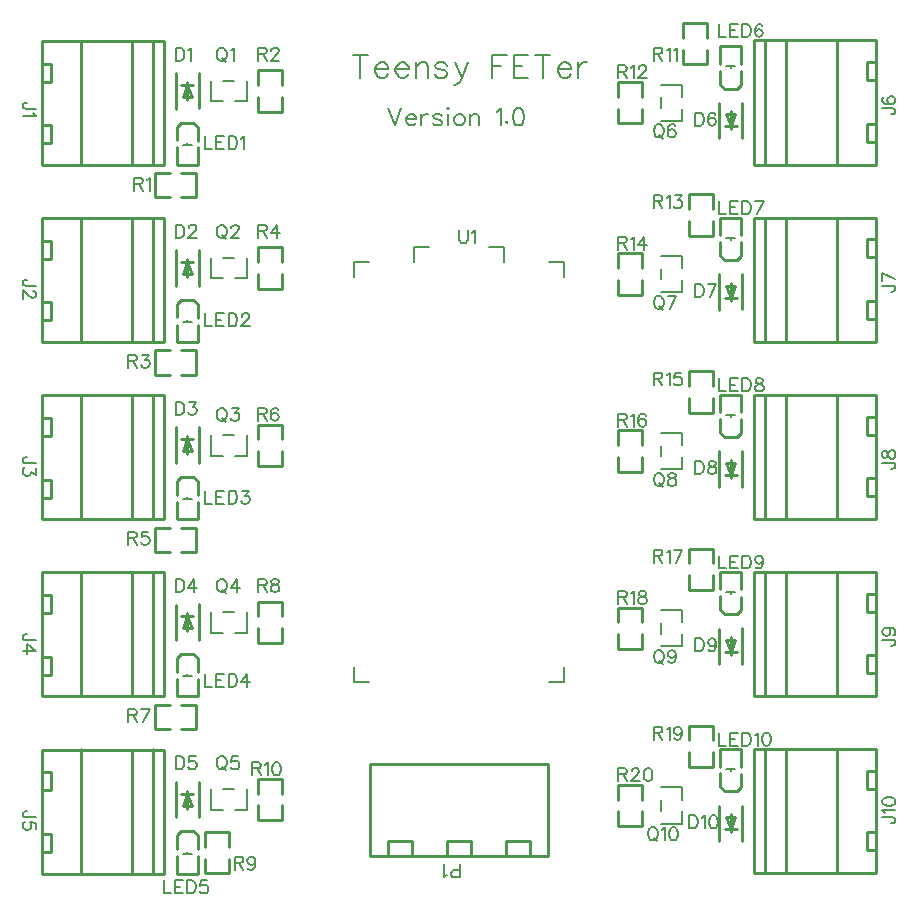
<source format=gto>
G04 Layer: TopSilkLayer*
G04 EasyEDA v6.4.25, 2022-01-30T06:19:27+11:00*
G04 a67cddfb3fce44daa9051d46cbbcc19f,10*
G04 Gerber Generator version 0.2*
G04 Scale: 100 percent, Rotated: No, Reflected: No *
G04 Dimensions in millimeters *
G04 leading zeros omitted , absolute positions ,4 integer and 5 decimal *
%FSLAX45Y45*%
%MOMM*%

%ADD10C,0.2540*%
%ADD23C,0.1524*%
%ADD24C,0.1501*%
%ADD25C,0.2030*%
%ADD26C,0.2032*%

%LPD*%
D26*
X3164570Y7405093D02*
G01*
X3164570Y7211037D01*
X3100054Y7405093D02*
G01*
X3229340Y7405093D01*
X3290300Y7284951D02*
G01*
X3401044Y7284951D01*
X3401044Y7303493D01*
X3391900Y7322035D01*
X3382756Y7331179D01*
X3364214Y7340323D01*
X3336528Y7340323D01*
X3317986Y7331179D01*
X3299444Y7312637D01*
X3290300Y7284951D01*
X3290300Y7266409D01*
X3299444Y7238723D01*
X3317986Y7220435D01*
X3336528Y7211037D01*
X3364214Y7211037D01*
X3382756Y7220435D01*
X3401044Y7238723D01*
X3462004Y7284951D02*
G01*
X3573002Y7284951D01*
X3573002Y7303493D01*
X3563604Y7322035D01*
X3554460Y7331179D01*
X3535918Y7340323D01*
X3508232Y7340323D01*
X3489690Y7331179D01*
X3471402Y7312637D01*
X3462004Y7284951D01*
X3462004Y7266409D01*
X3471402Y7238723D01*
X3489690Y7220435D01*
X3508232Y7211037D01*
X3535918Y7211037D01*
X3554460Y7220435D01*
X3573002Y7238723D01*
X3633962Y7340323D02*
G01*
X3633962Y7211037D01*
X3633962Y7303493D02*
G01*
X3661648Y7331179D01*
X3679936Y7340323D01*
X3707876Y7340323D01*
X3726164Y7331179D01*
X3735562Y7303493D01*
X3735562Y7211037D01*
X3898122Y7312637D02*
G01*
X3888724Y7331179D01*
X3861038Y7340323D01*
X3833352Y7340323D01*
X3805666Y7331179D01*
X3796522Y7312637D01*
X3805666Y7294095D01*
X3824208Y7284951D01*
X3870436Y7275807D01*
X3888724Y7266409D01*
X3898122Y7248121D01*
X3898122Y7238723D01*
X3888724Y7220435D01*
X3861038Y7211037D01*
X3833352Y7211037D01*
X3805666Y7220435D01*
X3796522Y7238723D01*
X3968226Y7340323D02*
G01*
X4023598Y7211037D01*
X4078970Y7340323D02*
G01*
X4023598Y7211037D01*
X4005056Y7174207D01*
X3986768Y7155665D01*
X3968226Y7146521D01*
X3959082Y7146521D01*
X4282170Y7405093D02*
G01*
X4282170Y7211037D01*
X4282170Y7405093D02*
G01*
X4402312Y7405093D01*
X4282170Y7312637D02*
G01*
X4356084Y7312637D01*
X4463272Y7405093D02*
G01*
X4463272Y7211037D01*
X4463272Y7405093D02*
G01*
X4583414Y7405093D01*
X4463272Y7312637D02*
G01*
X4537186Y7312637D01*
X4463272Y7211037D02*
G01*
X4583414Y7211037D01*
X4708890Y7405093D02*
G01*
X4708890Y7211037D01*
X4644374Y7405093D02*
G01*
X4773660Y7405093D01*
X4834620Y7284951D02*
G01*
X4945364Y7284951D01*
X4945364Y7303493D01*
X4936220Y7322035D01*
X4927076Y7331179D01*
X4908534Y7340323D01*
X4880848Y7340323D01*
X4862306Y7331179D01*
X4843764Y7312637D01*
X4834620Y7284951D01*
X4834620Y7266409D01*
X4843764Y7238723D01*
X4862306Y7220435D01*
X4880848Y7211037D01*
X4908534Y7211037D01*
X4927076Y7220435D01*
X4945364Y7238723D01*
X5006324Y7340323D02*
G01*
X5006324Y7211037D01*
X5006324Y7284951D02*
G01*
X5015722Y7312637D01*
X5034010Y7331179D01*
X5052552Y7340323D01*
X5080238Y7340323D01*
X3399967Y6951471D02*
G01*
X3454577Y6808215D01*
X3509187Y6951471D02*
G01*
X3454577Y6808215D01*
X3554145Y6862826D02*
G01*
X3635933Y6862826D01*
X3635933Y6876287D01*
X3629075Y6890004D01*
X3622217Y6896862D01*
X3608755Y6903720D01*
X3588181Y6903720D01*
X3574465Y6896862D01*
X3561003Y6883145D01*
X3554145Y6862826D01*
X3554145Y6849110D01*
X3561003Y6828536D01*
X3574465Y6815073D01*
X3588181Y6808215D01*
X3608755Y6808215D01*
X3622217Y6815073D01*
X3635933Y6828536D01*
X3680891Y6903720D02*
G01*
X3680891Y6808215D01*
X3680891Y6862826D02*
G01*
X3687749Y6883145D01*
X3701465Y6896862D01*
X3714927Y6903720D01*
X3735501Y6903720D01*
X3855389Y6883145D02*
G01*
X3848531Y6896862D01*
X3828211Y6903720D01*
X3807637Y6903720D01*
X3787317Y6896862D01*
X3780459Y6883145D01*
X3787317Y6869429D01*
X3801033Y6862826D01*
X3835069Y6855968D01*
X3848531Y6849110D01*
X3855389Y6835394D01*
X3855389Y6828536D01*
X3848531Y6815073D01*
X3828211Y6808215D01*
X3807637Y6808215D01*
X3787317Y6815073D01*
X3780459Y6828536D01*
X3900347Y6951471D02*
G01*
X3907205Y6944613D01*
X3914063Y6951471D01*
X3907205Y6958076D01*
X3900347Y6951471D01*
X3907205Y6903720D02*
G01*
X3907205Y6808215D01*
X3993057Y6903720D02*
G01*
X3979595Y6896862D01*
X3965879Y6883145D01*
X3959021Y6862826D01*
X3959021Y6849110D01*
X3965879Y6828536D01*
X3979595Y6815073D01*
X3993057Y6808215D01*
X4013631Y6808215D01*
X4027347Y6815073D01*
X4040809Y6828536D01*
X4047667Y6849110D01*
X4047667Y6862826D01*
X4040809Y6883145D01*
X4027347Y6896862D01*
X4013631Y6903720D01*
X3993057Y6903720D01*
X4092625Y6903720D02*
G01*
X4092625Y6808215D01*
X4092625Y6876287D02*
G01*
X4113199Y6896862D01*
X4126915Y6903720D01*
X4147235Y6903720D01*
X4160951Y6896862D01*
X4167809Y6876287D01*
X4167809Y6808215D01*
X4317669Y6924039D02*
G01*
X4331385Y6930897D01*
X4351705Y6951471D01*
X4351705Y6808215D01*
X4403521Y6842252D02*
G01*
X4396917Y6835394D01*
X4403521Y6828536D01*
X4410379Y6835394D01*
X4403521Y6842252D01*
X4496485Y6951471D02*
G01*
X4475911Y6944613D01*
X4462195Y6924039D01*
X4455337Y6890004D01*
X4455337Y6869429D01*
X4462195Y6835394D01*
X4475911Y6815073D01*
X4496485Y6808215D01*
X4509947Y6808215D01*
X4530521Y6815073D01*
X4543983Y6835394D01*
X4550841Y6869429D01*
X4550841Y6890004D01*
X4543983Y6924039D01*
X4530521Y6944613D01*
X4509947Y6951471D01*
X4496485Y6951471D01*
D23*
X1981243Y7465214D02*
G01*
X1970829Y7460134D01*
X1960415Y7449720D01*
X1955081Y7439306D01*
X1950001Y7423812D01*
X1950001Y7397904D01*
X1955081Y7382156D01*
X1960415Y7371742D01*
X1970829Y7361328D01*
X1981243Y7356248D01*
X2002071Y7356248D01*
X2012231Y7361328D01*
X2022645Y7371742D01*
X2027979Y7382156D01*
X2033059Y7397904D01*
X2033059Y7423812D01*
X2027979Y7439306D01*
X2022645Y7449720D01*
X2012231Y7460134D01*
X2002071Y7465214D01*
X1981243Y7465214D01*
X1996737Y7377076D02*
G01*
X2027979Y7345834D01*
X2067349Y7444640D02*
G01*
X2077763Y7449720D01*
X2093511Y7465214D01*
X2093511Y7356248D01*
X1981243Y5965367D02*
G01*
X1970829Y5960033D01*
X1960415Y5949873D01*
X1955081Y5939459D01*
X1950001Y5923711D01*
X1950001Y5897803D01*
X1955081Y5882309D01*
X1960415Y5871895D01*
X1970829Y5861481D01*
X1981243Y5856147D01*
X2002071Y5856147D01*
X2012231Y5861481D01*
X2022645Y5871895D01*
X2027979Y5882309D01*
X2033059Y5897803D01*
X2033059Y5923711D01*
X2027979Y5939459D01*
X2022645Y5949873D01*
X2012231Y5960033D01*
X2002071Y5965367D01*
X1981243Y5965367D01*
X1996737Y5876975D02*
G01*
X2027979Y5845733D01*
X2072683Y5939459D02*
G01*
X2072683Y5944539D01*
X2077763Y5954953D01*
X2083097Y5960033D01*
X2093511Y5965367D01*
X2114085Y5965367D01*
X2124499Y5960033D01*
X2129833Y5954953D01*
X2134913Y5944539D01*
X2134913Y5934125D01*
X2129833Y5923711D01*
X2119419Y5908217D01*
X2067349Y5856147D01*
X2140247Y5856147D01*
X1981243Y4415238D02*
G01*
X1970829Y4410158D01*
X1960415Y4399744D01*
X1955081Y4389330D01*
X1950001Y4373836D01*
X1950001Y4347674D01*
X1955081Y4332180D01*
X1960415Y4321766D01*
X1970829Y4311352D01*
X1981243Y4306272D01*
X2002071Y4306272D01*
X2012231Y4311352D01*
X2022645Y4321766D01*
X2027979Y4332180D01*
X2033059Y4347674D01*
X2033059Y4373836D01*
X2027979Y4389330D01*
X2022645Y4399744D01*
X2012231Y4410158D01*
X2002071Y4415238D01*
X1981243Y4415238D01*
X1996737Y4327100D02*
G01*
X2027979Y4295858D01*
X2077763Y4415238D02*
G01*
X2134913Y4415238D01*
X2103671Y4373836D01*
X2119419Y4373836D01*
X2129833Y4368502D01*
X2134913Y4363422D01*
X2140247Y4347674D01*
X2140247Y4337514D01*
X2134913Y4321766D01*
X2124499Y4311352D01*
X2109005Y4306272D01*
X2093511Y4306272D01*
X2077763Y4311352D01*
X2072683Y4316686D01*
X2067349Y4327100D01*
X1981243Y2965366D02*
G01*
X1970829Y2960032D01*
X1960415Y2949872D01*
X1955081Y2939458D01*
X1950001Y2923710D01*
X1950001Y2897802D01*
X1955081Y2882308D01*
X1960415Y2871894D01*
X1970829Y2861480D01*
X1981243Y2856146D01*
X2002071Y2856146D01*
X2012231Y2861480D01*
X2022645Y2871894D01*
X2027979Y2882308D01*
X2033059Y2897802D01*
X2033059Y2923710D01*
X2027979Y2939458D01*
X2022645Y2949872D01*
X2012231Y2960032D01*
X2002071Y2965366D01*
X1981243Y2965366D01*
X1996737Y2876974D02*
G01*
X2027979Y2845732D01*
X2119419Y2965366D02*
G01*
X2067349Y2892722D01*
X2145327Y2892722D01*
X2119419Y2965366D02*
G01*
X2119419Y2856146D01*
X1981243Y1465239D02*
G01*
X1970829Y1460159D01*
X1960415Y1449745D01*
X1955081Y1439331D01*
X1950001Y1423837D01*
X1950001Y1397675D01*
X1955081Y1382181D01*
X1960415Y1371767D01*
X1970829Y1361353D01*
X1981243Y1356273D01*
X2002071Y1356273D01*
X2012231Y1361353D01*
X2022645Y1371767D01*
X2027979Y1382181D01*
X2033059Y1397675D01*
X2033059Y1423837D01*
X2027979Y1439331D01*
X2022645Y1449745D01*
X2012231Y1460159D01*
X2002071Y1465239D01*
X1981243Y1465239D01*
X1996737Y1377101D02*
G01*
X2027979Y1345859D01*
X2129833Y1465239D02*
G01*
X2077763Y1465239D01*
X2072683Y1418503D01*
X2077763Y1423837D01*
X2093511Y1428917D01*
X2109005Y1428917D01*
X2124499Y1423837D01*
X2134913Y1413423D01*
X2140247Y1397675D01*
X2140247Y1387515D01*
X2134913Y1371767D01*
X2124499Y1361353D01*
X2109005Y1356273D01*
X2093511Y1356273D01*
X2077763Y1361353D01*
X2072683Y1366687D01*
X2067349Y1377101D01*
X5681218Y6815315D02*
G01*
X5670804Y6810235D01*
X5660390Y6799821D01*
X5655309Y6789407D01*
X5649975Y6773659D01*
X5649975Y6747751D01*
X5655309Y6732257D01*
X5660390Y6721843D01*
X5670804Y6711429D01*
X5681218Y6706349D01*
X5702045Y6706349D01*
X5712459Y6711429D01*
X5722620Y6721843D01*
X5727954Y6732257D01*
X5733034Y6747751D01*
X5733034Y6773659D01*
X5727954Y6789407D01*
X5722620Y6799821D01*
X5712459Y6810235D01*
X5702045Y6815315D01*
X5681218Y6815315D01*
X5696711Y6726923D02*
G01*
X5727954Y6695935D01*
X5829808Y6799821D02*
G01*
X5824474Y6810235D01*
X5808979Y6815315D01*
X5798565Y6815315D01*
X5783072Y6810235D01*
X5772658Y6794487D01*
X5767324Y6768579D01*
X5767324Y6742671D01*
X5772658Y6721843D01*
X5783072Y6711429D01*
X5798565Y6706349D01*
X5803900Y6706349D01*
X5819393Y6711429D01*
X5829808Y6721843D01*
X5834888Y6737337D01*
X5834888Y6742671D01*
X5829808Y6758165D01*
X5819393Y6768579D01*
X5803900Y6773659D01*
X5798565Y6773659D01*
X5783072Y6768579D01*
X5772658Y6758165D01*
X5767324Y6742671D01*
X5681218Y5365442D02*
G01*
X5670804Y5360108D01*
X5660390Y5349694D01*
X5655309Y5339280D01*
X5649975Y5323786D01*
X5649975Y5297878D01*
X5655309Y5282130D01*
X5660390Y5271716D01*
X5670804Y5261302D01*
X5681218Y5256222D01*
X5702045Y5256222D01*
X5712459Y5261302D01*
X5722620Y5271716D01*
X5727954Y5282130D01*
X5733034Y5297878D01*
X5733034Y5323786D01*
X5727954Y5339280D01*
X5722620Y5349694D01*
X5712459Y5360108D01*
X5702045Y5365442D01*
X5681218Y5365442D01*
X5696711Y5277050D02*
G01*
X5727954Y5245808D01*
X5840222Y5365442D02*
G01*
X5788152Y5256222D01*
X5767324Y5365442D02*
G01*
X5840222Y5365442D01*
X5681218Y3865316D02*
G01*
X5670804Y3860236D01*
X5660390Y3849822D01*
X5655309Y3839408D01*
X5649975Y3823660D01*
X5649975Y3797752D01*
X5655309Y3782258D01*
X5660390Y3771844D01*
X5670804Y3761430D01*
X5681218Y3756350D01*
X5702045Y3756350D01*
X5712459Y3761430D01*
X5722620Y3771844D01*
X5727954Y3782258D01*
X5733034Y3797752D01*
X5733034Y3823660D01*
X5727954Y3839408D01*
X5722620Y3849822D01*
X5712459Y3860236D01*
X5702045Y3865316D01*
X5681218Y3865316D01*
X5696711Y3776924D02*
G01*
X5727954Y3745936D01*
X5793486Y3865316D02*
G01*
X5777738Y3860236D01*
X5772658Y3849822D01*
X5772658Y3839408D01*
X5777738Y3828994D01*
X5788152Y3823660D01*
X5808979Y3818580D01*
X5824474Y3813500D01*
X5834888Y3803086D01*
X5840222Y3792672D01*
X5840222Y3776924D01*
X5834888Y3766510D01*
X5829808Y3761430D01*
X5814059Y3756350D01*
X5793486Y3756350D01*
X5777738Y3761430D01*
X5772658Y3766510D01*
X5767324Y3776924D01*
X5767324Y3792672D01*
X5772658Y3803086D01*
X5783072Y3813500D01*
X5798565Y3818580D01*
X5819393Y3823660D01*
X5829808Y3828994D01*
X5834888Y3839408D01*
X5834888Y3849822D01*
X5829808Y3860236D01*
X5814059Y3865316D01*
X5793486Y3865316D01*
X5681218Y2365443D02*
G01*
X5670804Y2360109D01*
X5660390Y2349695D01*
X5655309Y2339281D01*
X5649975Y2323787D01*
X5649975Y2297879D01*
X5655309Y2282131D01*
X5660390Y2271717D01*
X5670804Y2261303D01*
X5681218Y2256223D01*
X5702045Y2256223D01*
X5712459Y2261303D01*
X5722620Y2271717D01*
X5727954Y2282131D01*
X5733034Y2297879D01*
X5733034Y2323787D01*
X5727954Y2339281D01*
X5722620Y2349695D01*
X5712459Y2360109D01*
X5702045Y2365443D01*
X5681218Y2365443D01*
X5696711Y2277051D02*
G01*
X5727954Y2245809D01*
X5834888Y2328867D02*
G01*
X5829808Y2313373D01*
X5819393Y2302959D01*
X5803900Y2297879D01*
X5798565Y2297879D01*
X5783072Y2302959D01*
X5772658Y2313373D01*
X5767324Y2328867D01*
X5767324Y2334201D01*
X5772658Y2349695D01*
X5783072Y2360109D01*
X5798565Y2365443D01*
X5803900Y2365443D01*
X5819393Y2360109D01*
X5829808Y2349695D01*
X5834888Y2328867D01*
X5834888Y2302959D01*
X5829808Y2277051D01*
X5819393Y2261303D01*
X5803900Y2256223D01*
X5793486Y2256223D01*
X5777738Y2261303D01*
X5772658Y2271717D01*
X5631215Y865317D02*
G01*
X5620801Y860237D01*
X5610387Y849823D01*
X5605307Y839409D01*
X5599973Y823661D01*
X5599973Y797753D01*
X5605307Y782259D01*
X5610387Y771845D01*
X5620801Y761431D01*
X5631215Y756351D01*
X5652043Y756351D01*
X5662457Y761431D01*
X5672617Y771845D01*
X5677951Y782259D01*
X5683031Y797753D01*
X5683031Y823661D01*
X5677951Y839409D01*
X5672617Y849823D01*
X5662457Y860237D01*
X5652043Y865317D01*
X5631215Y865317D01*
X5646709Y776925D02*
G01*
X5677951Y745937D01*
X5717321Y844489D02*
G01*
X5727735Y849823D01*
X5743483Y865317D01*
X5743483Y756351D01*
X5808761Y865317D02*
G01*
X5793267Y860237D01*
X5782853Y844489D01*
X5777773Y818581D01*
X5777773Y803087D01*
X5782853Y776925D01*
X5793267Y761431D01*
X5808761Y756351D01*
X5819175Y756351D01*
X5834923Y761431D01*
X5845337Y776925D01*
X5850417Y803087D01*
X5850417Y818581D01*
X5845337Y844489D01*
X5834923Y860237D01*
X5819175Y865317D01*
X5808761Y865317D01*
X415317Y6947921D02*
G01*
X332259Y6947921D01*
X316511Y6953255D01*
X311431Y6958335D01*
X306351Y6968749D01*
X306351Y6979163D01*
X311431Y6989577D01*
X316511Y6994911D01*
X332259Y6999991D01*
X342673Y6999991D01*
X394489Y6913631D02*
G01*
X399823Y6903471D01*
X415317Y6887723D01*
X306351Y6887723D01*
X3999999Y5918715D02*
G01*
X3999999Y5840737D01*
X4005079Y5825243D01*
X4015493Y5814829D01*
X4031241Y5809749D01*
X4041655Y5809749D01*
X4057149Y5814829D01*
X4067563Y5825243D01*
X4072643Y5840737D01*
X4072643Y5918715D01*
X4106933Y5897887D02*
G01*
X4117347Y5903221D01*
X4133095Y5918715D01*
X4133095Y5809749D01*
X1849993Y6715302D02*
G01*
X1849993Y6606336D01*
X1849993Y6606336D02*
G01*
X1912223Y6606336D01*
X1946513Y6715302D02*
G01*
X1946513Y6606336D01*
X1946513Y6715302D02*
G01*
X2014077Y6715302D01*
X1946513Y6663486D02*
G01*
X1988169Y6663486D01*
X1946513Y6606336D02*
G01*
X2014077Y6606336D01*
X2048367Y6715302D02*
G01*
X2048367Y6606336D01*
X2048367Y6715302D02*
G01*
X2084943Y6715302D01*
X2100437Y6710222D01*
X2110851Y6699808D01*
X2115931Y6689394D01*
X2121265Y6673646D01*
X2121265Y6647738D01*
X2115931Y6632244D01*
X2110851Y6621830D01*
X2100437Y6611416D01*
X2084943Y6606336D01*
X2048367Y6606336D01*
X2155555Y6694474D02*
G01*
X2165969Y6699808D01*
X2181463Y6715302D01*
X2181463Y6606336D01*
X1600004Y7465306D02*
G01*
X1600004Y7356340D01*
X1600004Y7465306D02*
G01*
X1636326Y7465306D01*
X1652074Y7460226D01*
X1662234Y7449812D01*
X1667568Y7439398D01*
X1672648Y7423650D01*
X1672648Y7397742D01*
X1667568Y7382248D01*
X1662234Y7371834D01*
X1652074Y7361420D01*
X1636326Y7356340D01*
X1600004Y7356340D01*
X1706938Y7444478D02*
G01*
X1717352Y7449812D01*
X1733100Y7465306D01*
X1733100Y7356340D01*
X1599994Y5965304D02*
G01*
X1599994Y5856338D01*
X1599994Y5965304D02*
G01*
X1636316Y5965304D01*
X1652064Y5960224D01*
X1662224Y5949810D01*
X1667558Y5939396D01*
X1672638Y5923648D01*
X1672638Y5897740D01*
X1667558Y5882246D01*
X1662224Y5871832D01*
X1652064Y5861418D01*
X1636316Y5856338D01*
X1599994Y5856338D01*
X1712262Y5939396D02*
G01*
X1712262Y5944476D01*
X1717342Y5954890D01*
X1722676Y5960224D01*
X1733090Y5965304D01*
X1753664Y5965304D01*
X1764078Y5960224D01*
X1769412Y5954890D01*
X1774492Y5944476D01*
X1774492Y5934062D01*
X1769412Y5923648D01*
X1758998Y5908154D01*
X1706928Y5856338D01*
X1779826Y5856338D01*
X1599994Y4465304D02*
G01*
X1599994Y4356338D01*
X1599994Y4465304D02*
G01*
X1636316Y4465304D01*
X1652064Y4460224D01*
X1662224Y4449810D01*
X1667558Y4439396D01*
X1672638Y4423648D01*
X1672638Y4397740D01*
X1667558Y4382246D01*
X1662224Y4371832D01*
X1652064Y4361418D01*
X1636316Y4356338D01*
X1599994Y4356338D01*
X1717342Y4465304D02*
G01*
X1774492Y4465304D01*
X1743504Y4423648D01*
X1758998Y4423648D01*
X1769412Y4418568D01*
X1774492Y4413488D01*
X1779826Y4397740D01*
X1779826Y4387326D01*
X1774492Y4371832D01*
X1764078Y4361418D01*
X1748584Y4356338D01*
X1733090Y4356338D01*
X1717342Y4361418D01*
X1712262Y4366498D01*
X1706928Y4376912D01*
X1599994Y2965310D02*
G01*
X1599994Y2856344D01*
X1599994Y2965310D02*
G01*
X1636316Y2965310D01*
X1652064Y2960230D01*
X1662224Y2949816D01*
X1667558Y2939402D01*
X1672638Y2923654D01*
X1672638Y2897746D01*
X1667558Y2882252D01*
X1662224Y2871838D01*
X1652064Y2861424D01*
X1636316Y2856344D01*
X1599994Y2856344D01*
X1758998Y2965310D02*
G01*
X1706928Y2892666D01*
X1784906Y2892666D01*
X1758998Y2965310D02*
G01*
X1758998Y2856344D01*
X1599996Y1465318D02*
G01*
X1599996Y1356352D01*
X1599996Y1465318D02*
G01*
X1636318Y1465318D01*
X1652066Y1460238D01*
X1662226Y1449824D01*
X1667560Y1439410D01*
X1672640Y1423662D01*
X1672640Y1397754D01*
X1667560Y1382260D01*
X1662226Y1371846D01*
X1652066Y1361432D01*
X1636318Y1356352D01*
X1599996Y1356352D01*
X1769414Y1465318D02*
G01*
X1717344Y1465318D01*
X1712264Y1418582D01*
X1717344Y1423662D01*
X1733092Y1428996D01*
X1748586Y1428996D01*
X1764080Y1423662D01*
X1774494Y1413502D01*
X1779828Y1397754D01*
X1779828Y1387340D01*
X1774494Y1371846D01*
X1764080Y1361432D01*
X1748586Y1356352D01*
X1733092Y1356352D01*
X1717344Y1361432D01*
X1712264Y1366512D01*
X1706930Y1376926D01*
X6000010Y6915302D02*
G01*
X6000010Y6806336D01*
X6000010Y6915302D02*
G01*
X6036332Y6915302D01*
X6052080Y6910222D01*
X6062240Y6899808D01*
X6067574Y6889394D01*
X6072654Y6873646D01*
X6072654Y6847738D01*
X6067574Y6832244D01*
X6062240Y6821830D01*
X6052080Y6811416D01*
X6036332Y6806336D01*
X6000010Y6806336D01*
X6169428Y6899808D02*
G01*
X6164094Y6910222D01*
X6148600Y6915302D01*
X6138186Y6915302D01*
X6122692Y6910222D01*
X6112278Y6894474D01*
X6106944Y6868566D01*
X6106944Y6842658D01*
X6112278Y6821830D01*
X6122692Y6811416D01*
X6138186Y6806336D01*
X6143520Y6806336D01*
X6159014Y6811416D01*
X6169428Y6821830D01*
X6174508Y6837324D01*
X6174508Y6842658D01*
X6169428Y6858152D01*
X6159014Y6868566D01*
X6143520Y6873646D01*
X6138186Y6873646D01*
X6122692Y6868566D01*
X6112278Y6858152D01*
X6106944Y6842658D01*
X6000010Y5465328D02*
G01*
X6000010Y5356362D01*
X6000010Y5465328D02*
G01*
X6036332Y5465328D01*
X6052080Y5460248D01*
X6062240Y5449834D01*
X6067574Y5439420D01*
X6072654Y5423672D01*
X6072654Y5397764D01*
X6067574Y5382270D01*
X6062240Y5371856D01*
X6052080Y5361442D01*
X6036332Y5356362D01*
X6000010Y5356362D01*
X6179842Y5465328D02*
G01*
X6127772Y5356362D01*
X6106944Y5465328D02*
G01*
X6179842Y5465328D01*
X6000010Y3965326D02*
G01*
X6000010Y3856360D01*
X6000010Y3965326D02*
G01*
X6036332Y3965326D01*
X6052080Y3960246D01*
X6062240Y3949832D01*
X6067574Y3939418D01*
X6072654Y3923670D01*
X6072654Y3897762D01*
X6067574Y3882268D01*
X6062240Y3871854D01*
X6052080Y3861440D01*
X6036332Y3856360D01*
X6000010Y3856360D01*
X6133106Y3965326D02*
G01*
X6117358Y3960246D01*
X6112278Y3949832D01*
X6112278Y3939418D01*
X6117358Y3929004D01*
X6127772Y3923670D01*
X6148600Y3918590D01*
X6164094Y3913510D01*
X6174508Y3903096D01*
X6179842Y3892682D01*
X6179842Y3876934D01*
X6174508Y3866520D01*
X6169428Y3861440D01*
X6153680Y3856360D01*
X6133106Y3856360D01*
X6117358Y3861440D01*
X6112278Y3866520D01*
X6106944Y3876934D01*
X6106944Y3892682D01*
X6112278Y3903096D01*
X6122692Y3913510D01*
X6138186Y3918590D01*
X6159014Y3923670D01*
X6169428Y3929004D01*
X6174508Y3939418D01*
X6174508Y3949832D01*
X6169428Y3960246D01*
X6153680Y3965326D01*
X6133106Y3965326D01*
X6000010Y2465321D02*
G01*
X6000010Y2356355D01*
X6000010Y2465321D02*
G01*
X6036332Y2465321D01*
X6052080Y2460241D01*
X6062240Y2449827D01*
X6067574Y2439413D01*
X6072654Y2423665D01*
X6072654Y2397757D01*
X6067574Y2382263D01*
X6062240Y2371849D01*
X6052080Y2361435D01*
X6036332Y2356355D01*
X6000010Y2356355D01*
X6174508Y2428999D02*
G01*
X6169428Y2413505D01*
X6159014Y2403091D01*
X6143520Y2397757D01*
X6138186Y2397757D01*
X6122692Y2403091D01*
X6112278Y2413505D01*
X6106944Y2428999D01*
X6106944Y2434079D01*
X6112278Y2449827D01*
X6122692Y2460241D01*
X6138186Y2465321D01*
X6143520Y2465321D01*
X6159014Y2460241D01*
X6169428Y2449827D01*
X6174508Y2428999D01*
X6174508Y2403091D01*
X6169428Y2376929D01*
X6159014Y2361435D01*
X6143520Y2356355D01*
X6133106Y2356355D01*
X6117358Y2361435D01*
X6112278Y2371849D01*
X5950010Y965319D02*
G01*
X5950010Y856353D01*
X5950010Y965319D02*
G01*
X5986332Y965319D01*
X6002080Y960239D01*
X6012240Y949825D01*
X6017574Y939411D01*
X6022654Y923663D01*
X6022654Y897755D01*
X6017574Y882261D01*
X6012240Y871847D01*
X6002080Y861433D01*
X5986332Y856353D01*
X5950010Y856353D01*
X6056944Y944491D02*
G01*
X6067358Y949825D01*
X6083106Y965319D01*
X6083106Y856353D01*
X6148384Y965319D02*
G01*
X6132890Y960239D01*
X6122476Y944491D01*
X6117396Y918583D01*
X6117396Y903089D01*
X6122476Y876927D01*
X6132890Y861433D01*
X6148384Y856353D01*
X6158798Y856353D01*
X6174546Y861433D01*
X6184960Y876927D01*
X6190040Y903089D01*
X6190040Y918583D01*
X6184960Y944491D01*
X6174546Y960239D01*
X6158798Y965319D01*
X6148384Y965319D01*
X415317Y5447939D02*
G01*
X332259Y5447939D01*
X316511Y5453273D01*
X311431Y5458353D01*
X306351Y5468767D01*
X306351Y5479181D01*
X311431Y5489595D01*
X316511Y5494929D01*
X332259Y5500009D01*
X342673Y5500009D01*
X389409Y5408569D02*
G01*
X394489Y5408569D01*
X404903Y5403489D01*
X410237Y5398155D01*
X415317Y5387741D01*
X415317Y5366913D01*
X410237Y5356499D01*
X404903Y5351419D01*
X394489Y5346339D01*
X384075Y5346339D01*
X373661Y5351419D01*
X358167Y5361833D01*
X306351Y5413649D01*
X306351Y5341005D01*
X415317Y3947937D02*
G01*
X332259Y3947937D01*
X316511Y3953271D01*
X311431Y3958351D01*
X306351Y3968765D01*
X306351Y3979179D01*
X311431Y3989593D01*
X316511Y3994927D01*
X332259Y4000007D01*
X342673Y4000007D01*
X415317Y3903487D02*
G01*
X415317Y3846337D01*
X373661Y3877325D01*
X373661Y3861831D01*
X368581Y3851417D01*
X363501Y3846337D01*
X347753Y3841003D01*
X337339Y3841003D01*
X321845Y3846337D01*
X311431Y3856497D01*
X306351Y3872245D01*
X306351Y3887739D01*
X311431Y3903487D01*
X316511Y3908567D01*
X326925Y3913647D01*
X415317Y2447935D02*
G01*
X332259Y2447935D01*
X316511Y2453269D01*
X311431Y2458349D01*
X306351Y2468763D01*
X306351Y2479177D01*
X311431Y2489591D01*
X316511Y2494925D01*
X332259Y2500005D01*
X342673Y2500005D01*
X415317Y2361829D02*
G01*
X342673Y2413645D01*
X342673Y2335921D01*
X415317Y2361829D02*
G01*
X306351Y2361829D01*
X415317Y947933D02*
G01*
X332259Y947933D01*
X316511Y953267D01*
X311431Y958347D01*
X306351Y968761D01*
X306351Y979175D01*
X311431Y989589D01*
X316511Y994923D01*
X332259Y1000003D01*
X342673Y1000003D01*
X415317Y851413D02*
G01*
X415317Y903483D01*
X368581Y908563D01*
X373661Y903483D01*
X378995Y887735D01*
X378995Y872241D01*
X373661Y856493D01*
X363501Y846333D01*
X347753Y840999D01*
X337339Y840999D01*
X321845Y846333D01*
X311431Y856493D01*
X306351Y872241D01*
X306351Y887735D01*
X311431Y903483D01*
X316511Y908563D01*
X326925Y913643D01*
X7584671Y6952084D02*
G01*
X7667729Y6952084D01*
X7683477Y6946750D01*
X7688557Y6941670D01*
X7693637Y6931256D01*
X7693637Y6920842D01*
X7688557Y6910428D01*
X7683477Y6905094D01*
X7667729Y6900014D01*
X7657315Y6900014D01*
X7600165Y7048604D02*
G01*
X7589751Y7043524D01*
X7584671Y7027776D01*
X7584671Y7017362D01*
X7589751Y7001868D01*
X7605499Y6991454D01*
X7631407Y6986374D01*
X7657315Y6986374D01*
X7678143Y6991454D01*
X7688557Y7001868D01*
X7693637Y7017362D01*
X7693637Y7022696D01*
X7688557Y7038190D01*
X7678143Y7048604D01*
X7662649Y7053684D01*
X7657315Y7053684D01*
X7641821Y7048604D01*
X7631407Y7038190D01*
X7626327Y7022696D01*
X7626327Y7017362D01*
X7631407Y7001868D01*
X7641821Y6991454D01*
X7657315Y6986374D01*
X7584671Y5452079D02*
G01*
X7667729Y5452079D01*
X7683477Y5446745D01*
X7688557Y5441665D01*
X7693637Y5431251D01*
X7693637Y5420837D01*
X7688557Y5410423D01*
X7683477Y5405089D01*
X7667729Y5400009D01*
X7657315Y5400009D01*
X7584671Y5559013D02*
G01*
X7693637Y5506943D01*
X7584671Y5486369D02*
G01*
X7584671Y5559013D01*
X7584671Y3952077D02*
G01*
X7667729Y3952077D01*
X7683477Y3946743D01*
X7688557Y3941663D01*
X7693637Y3931249D01*
X7693637Y3920835D01*
X7688557Y3910421D01*
X7683477Y3905087D01*
X7667729Y3900007D01*
X7657315Y3900007D01*
X7584671Y4012275D02*
G01*
X7589751Y3996527D01*
X7600165Y3991447D01*
X7610579Y3991447D01*
X7620993Y3996527D01*
X7626327Y4006941D01*
X7631407Y4027769D01*
X7636487Y4043517D01*
X7646901Y4053677D01*
X7657315Y4059011D01*
X7673063Y4059011D01*
X7683477Y4053677D01*
X7688557Y4048597D01*
X7693637Y4033103D01*
X7693637Y4012275D01*
X7688557Y3996527D01*
X7683477Y3991447D01*
X7673063Y3986367D01*
X7657315Y3986367D01*
X7646901Y3991447D01*
X7636487Y4001861D01*
X7631407Y4017355D01*
X7626327Y4038183D01*
X7620993Y4048597D01*
X7610579Y4053677D01*
X7600165Y4053677D01*
X7589751Y4048597D01*
X7584671Y4033103D01*
X7584671Y4012275D01*
X7584671Y2452075D02*
G01*
X7667729Y2452075D01*
X7683477Y2446741D01*
X7688557Y2441661D01*
X7693637Y2431247D01*
X7693637Y2420833D01*
X7688557Y2410419D01*
X7683477Y2405085D01*
X7667729Y2400005D01*
X7657315Y2400005D01*
X7620993Y2553675D02*
G01*
X7636487Y2548595D01*
X7646901Y2538181D01*
X7652235Y2522687D01*
X7652235Y2517353D01*
X7646901Y2501859D01*
X7636487Y2491445D01*
X7620993Y2486365D01*
X7615913Y2486365D01*
X7600165Y2491445D01*
X7589751Y2501859D01*
X7584671Y2517353D01*
X7584671Y2522687D01*
X7589751Y2538181D01*
X7600165Y2548595D01*
X7620993Y2553675D01*
X7646901Y2553675D01*
X7673063Y2548595D01*
X7688557Y2538181D01*
X7693637Y2522687D01*
X7693637Y2512273D01*
X7688557Y2496525D01*
X7678143Y2491445D01*
X7584671Y952073D02*
G01*
X7667729Y952073D01*
X7683477Y946739D01*
X7688557Y941659D01*
X7693637Y931245D01*
X7693637Y920831D01*
X7688557Y910417D01*
X7683477Y905083D01*
X7667729Y900003D01*
X7657315Y900003D01*
X7605499Y986363D02*
G01*
X7600165Y996523D01*
X7584671Y1012271D01*
X7693637Y1012271D01*
X7584671Y1077803D02*
G01*
X7589751Y1062055D01*
X7605499Y1051641D01*
X7631407Y1046561D01*
X7646901Y1046561D01*
X7673063Y1051641D01*
X7688557Y1062055D01*
X7693637Y1077803D01*
X7693637Y1087963D01*
X7688557Y1103711D01*
X7673063Y1114125D01*
X7646901Y1119205D01*
X7631407Y1119205D01*
X7605499Y1114125D01*
X7589751Y1103711D01*
X7584671Y1087963D01*
X7584671Y1077803D01*
X1850006Y5215326D02*
G01*
X1850006Y5106360D01*
X1850006Y5106360D02*
G01*
X1912236Y5106360D01*
X1946526Y5215326D02*
G01*
X1946526Y5106360D01*
X1946526Y5215326D02*
G01*
X2014090Y5215326D01*
X1946526Y5163510D02*
G01*
X1988182Y5163510D01*
X1946526Y5106360D02*
G01*
X2014090Y5106360D01*
X2048380Y5215326D02*
G01*
X2048380Y5106360D01*
X2048380Y5215326D02*
G01*
X2084956Y5215326D01*
X2100450Y5210246D01*
X2110864Y5199832D01*
X2115944Y5189418D01*
X2121278Y5173670D01*
X2121278Y5147762D01*
X2115944Y5132268D01*
X2110864Y5121854D01*
X2100450Y5111440D01*
X2084956Y5106360D01*
X2048380Y5106360D01*
X2160648Y5189418D02*
G01*
X2160648Y5194498D01*
X2165982Y5204912D01*
X2171062Y5210246D01*
X2181476Y5215326D01*
X2202304Y5215326D01*
X2212718Y5210246D01*
X2217798Y5204912D01*
X2223132Y5194498D01*
X2223132Y5184084D01*
X2217798Y5173670D01*
X2207384Y5158176D01*
X2155568Y5106360D01*
X2228212Y5106360D01*
X1850003Y3715324D02*
G01*
X1850003Y3606358D01*
X1850003Y3606358D02*
G01*
X1912233Y3606358D01*
X1946523Y3715324D02*
G01*
X1946523Y3606358D01*
X1946523Y3715324D02*
G01*
X2014087Y3715324D01*
X1946523Y3663508D02*
G01*
X1988179Y3663508D01*
X1946523Y3606358D02*
G01*
X2014087Y3606358D01*
X2048377Y3715324D02*
G01*
X2048377Y3606358D01*
X2048377Y3715324D02*
G01*
X2084953Y3715324D01*
X2100447Y3710244D01*
X2110861Y3699830D01*
X2115941Y3689416D01*
X2121275Y3673668D01*
X2121275Y3647760D01*
X2115941Y3632266D01*
X2110861Y3621852D01*
X2100447Y3611438D01*
X2084953Y3606358D01*
X2048377Y3606358D01*
X2165979Y3715324D02*
G01*
X2223129Y3715324D01*
X2191887Y3673668D01*
X2207381Y3673668D01*
X2217795Y3668588D01*
X2223129Y3663508D01*
X2228209Y3647760D01*
X2228209Y3637346D01*
X2223129Y3621852D01*
X2212715Y3611438D01*
X2196967Y3606358D01*
X2181473Y3606358D01*
X2165979Y3611438D01*
X2160645Y3616518D01*
X2155565Y3626932D01*
X1850003Y2165322D02*
G01*
X1850003Y2056356D01*
X1850003Y2056356D02*
G01*
X1912233Y2056356D01*
X1946523Y2165322D02*
G01*
X1946523Y2056356D01*
X1946523Y2165322D02*
G01*
X2014087Y2165322D01*
X1946523Y2113506D02*
G01*
X1988179Y2113506D01*
X1946523Y2056356D02*
G01*
X2014087Y2056356D01*
X2048377Y2165322D02*
G01*
X2048377Y2056356D01*
X2048377Y2165322D02*
G01*
X2084953Y2165322D01*
X2100447Y2160242D01*
X2110861Y2149828D01*
X2115941Y2139414D01*
X2121275Y2123666D01*
X2121275Y2097758D01*
X2115941Y2082264D01*
X2110861Y2071850D01*
X2100447Y2061436D01*
X2084953Y2056356D01*
X2048377Y2056356D01*
X2207381Y2165322D02*
G01*
X2155565Y2092678D01*
X2233543Y2092678D01*
X2207381Y2165322D02*
G01*
X2207381Y2056356D01*
X1500004Y415315D02*
G01*
X1500004Y306349D01*
X1500004Y306349D02*
G01*
X1562234Y306349D01*
X1596524Y415315D02*
G01*
X1596524Y306349D01*
X1596524Y415315D02*
G01*
X1664088Y415315D01*
X1596524Y363499D02*
G01*
X1638180Y363499D01*
X1596524Y306349D02*
G01*
X1664088Y306349D01*
X1698378Y415315D02*
G01*
X1698378Y306349D01*
X1698378Y415315D02*
G01*
X1734954Y415315D01*
X1750448Y410235D01*
X1760862Y399821D01*
X1765942Y389407D01*
X1771276Y373659D01*
X1771276Y347751D01*
X1765942Y332257D01*
X1760862Y321843D01*
X1750448Y311429D01*
X1734954Y306349D01*
X1698378Y306349D01*
X1867796Y415315D02*
G01*
X1815980Y415315D01*
X1810646Y368579D01*
X1815980Y373659D01*
X1831474Y378993D01*
X1846968Y378993D01*
X1862716Y373659D01*
X1873130Y363499D01*
X1878210Y347751D01*
X1878210Y337337D01*
X1873130Y321843D01*
X1862716Y311429D01*
X1846968Y306349D01*
X1831474Y306349D01*
X1815980Y311429D01*
X1810646Y316509D01*
X1805566Y326923D01*
X6199990Y7665303D02*
G01*
X6199990Y7556337D01*
X6199990Y7556337D02*
G01*
X6262220Y7556337D01*
X6296510Y7665303D02*
G01*
X6296510Y7556337D01*
X6296510Y7665303D02*
G01*
X6364074Y7665303D01*
X6296510Y7613487D02*
G01*
X6338166Y7613487D01*
X6296510Y7556337D02*
G01*
X6364074Y7556337D01*
X6398364Y7665303D02*
G01*
X6398364Y7556337D01*
X6398364Y7665303D02*
G01*
X6434940Y7665303D01*
X6450434Y7660223D01*
X6460848Y7649809D01*
X6465928Y7639395D01*
X6471262Y7623647D01*
X6471262Y7597739D01*
X6465928Y7582245D01*
X6460848Y7571831D01*
X6450434Y7561417D01*
X6434940Y7556337D01*
X6398364Y7556337D01*
X6567782Y7649809D02*
G01*
X6562702Y7660223D01*
X6546954Y7665303D01*
X6536540Y7665303D01*
X6521046Y7660223D01*
X6510632Y7644475D01*
X6505552Y7618567D01*
X6505552Y7592659D01*
X6510632Y7571831D01*
X6521046Y7561417D01*
X6536540Y7556337D01*
X6541874Y7556337D01*
X6557368Y7561417D01*
X6567782Y7571831D01*
X6573116Y7587325D01*
X6573116Y7592659D01*
X6567782Y7608153D01*
X6557368Y7618567D01*
X6541874Y7623647D01*
X6536540Y7623647D01*
X6521046Y7618567D01*
X6510632Y7608153D01*
X6505552Y7592659D01*
X6199990Y6165306D02*
G01*
X6199990Y6056340D01*
X6199990Y6056340D02*
G01*
X6262220Y6056340D01*
X6296510Y6165306D02*
G01*
X6296510Y6056340D01*
X6296510Y6165306D02*
G01*
X6364074Y6165306D01*
X6296510Y6113490D02*
G01*
X6338166Y6113490D01*
X6296510Y6056340D02*
G01*
X6364074Y6056340D01*
X6398364Y6165306D02*
G01*
X6398364Y6056340D01*
X6398364Y6165306D02*
G01*
X6434940Y6165306D01*
X6450434Y6160226D01*
X6460848Y6149812D01*
X6465928Y6139398D01*
X6471262Y6123650D01*
X6471262Y6097742D01*
X6465928Y6082248D01*
X6460848Y6071834D01*
X6450434Y6061420D01*
X6434940Y6056340D01*
X6398364Y6056340D01*
X6578196Y6165306D02*
G01*
X6526380Y6056340D01*
X6505552Y6165306D02*
G01*
X6578196Y6165306D01*
X6199990Y4665309D02*
G01*
X6199990Y4556343D01*
X6199990Y4556343D02*
G01*
X6262220Y4556343D01*
X6296510Y4665309D02*
G01*
X6296510Y4556343D01*
X6296510Y4665309D02*
G01*
X6364074Y4665309D01*
X6296510Y4613493D02*
G01*
X6338166Y4613493D01*
X6296510Y4556343D02*
G01*
X6364074Y4556343D01*
X6398364Y4665309D02*
G01*
X6398364Y4556343D01*
X6398364Y4665309D02*
G01*
X6434940Y4665309D01*
X6450434Y4660229D01*
X6460848Y4649815D01*
X6465928Y4639401D01*
X6471262Y4623653D01*
X6471262Y4597745D01*
X6465928Y4582251D01*
X6460848Y4571837D01*
X6450434Y4561423D01*
X6434940Y4556343D01*
X6398364Y4556343D01*
X6531460Y4665309D02*
G01*
X6515966Y4660229D01*
X6510632Y4649815D01*
X6510632Y4639401D01*
X6515966Y4628987D01*
X6526380Y4623653D01*
X6546954Y4618573D01*
X6562702Y4613493D01*
X6573116Y4603079D01*
X6578196Y4592665D01*
X6578196Y4576917D01*
X6573116Y4566503D01*
X6567782Y4561423D01*
X6552288Y4556343D01*
X6531460Y4556343D01*
X6515966Y4561423D01*
X6510632Y4566503D01*
X6505552Y4576917D01*
X6505552Y4592665D01*
X6510632Y4603079D01*
X6521046Y4613493D01*
X6536540Y4618573D01*
X6557368Y4623653D01*
X6567782Y4628987D01*
X6573116Y4639401D01*
X6573116Y4649815D01*
X6567782Y4660229D01*
X6552288Y4665309D01*
X6531460Y4665309D01*
X6199990Y3165309D02*
G01*
X6199990Y3056343D01*
X6199990Y3056343D02*
G01*
X6262220Y3056343D01*
X6296510Y3165309D02*
G01*
X6296510Y3056343D01*
X6296510Y3165309D02*
G01*
X6364074Y3165309D01*
X6296510Y3113493D02*
G01*
X6338166Y3113493D01*
X6296510Y3056343D02*
G01*
X6364074Y3056343D01*
X6398364Y3165309D02*
G01*
X6398364Y3056343D01*
X6398364Y3165309D02*
G01*
X6434940Y3165309D01*
X6450434Y3160229D01*
X6460848Y3149815D01*
X6465928Y3139401D01*
X6471262Y3123653D01*
X6471262Y3097745D01*
X6465928Y3082251D01*
X6460848Y3071837D01*
X6450434Y3061423D01*
X6434940Y3056343D01*
X6398364Y3056343D01*
X6573116Y3128987D02*
G01*
X6567782Y3113493D01*
X6557368Y3103079D01*
X6541874Y3097745D01*
X6536540Y3097745D01*
X6521046Y3103079D01*
X6510632Y3113493D01*
X6505552Y3128987D01*
X6505552Y3134067D01*
X6510632Y3149815D01*
X6521046Y3160229D01*
X6536540Y3165309D01*
X6541874Y3165309D01*
X6557368Y3160229D01*
X6567782Y3149815D01*
X6573116Y3128987D01*
X6573116Y3103079D01*
X6567782Y3076917D01*
X6557368Y3061423D01*
X6541874Y3056343D01*
X6531460Y3056343D01*
X6515966Y3061423D01*
X6510632Y3071837D01*
X6199990Y1665315D02*
G01*
X6199990Y1556349D01*
X6199990Y1556349D02*
G01*
X6262220Y1556349D01*
X6296510Y1665315D02*
G01*
X6296510Y1556349D01*
X6296510Y1665315D02*
G01*
X6364074Y1665315D01*
X6296510Y1613499D02*
G01*
X6338166Y1613499D01*
X6296510Y1556349D02*
G01*
X6364074Y1556349D01*
X6398364Y1665315D02*
G01*
X6398364Y1556349D01*
X6398364Y1665315D02*
G01*
X6434940Y1665315D01*
X6450434Y1660235D01*
X6460848Y1649821D01*
X6465928Y1639407D01*
X6471262Y1623659D01*
X6471262Y1597751D01*
X6465928Y1582257D01*
X6460848Y1571843D01*
X6450434Y1561429D01*
X6434940Y1556349D01*
X6398364Y1556349D01*
X6505552Y1644487D02*
G01*
X6515966Y1649821D01*
X6531460Y1665315D01*
X6531460Y1556349D01*
X6596992Y1665315D02*
G01*
X6581244Y1660235D01*
X6570830Y1644487D01*
X6565750Y1618579D01*
X6565750Y1603085D01*
X6570830Y1576923D01*
X6581244Y1561429D01*
X6596992Y1556349D01*
X6607406Y1556349D01*
X6622900Y1561429D01*
X6633314Y1576923D01*
X6638394Y1603085D01*
X6638394Y1618579D01*
X6633314Y1644487D01*
X6622900Y1660235D01*
X6607406Y1665315D01*
X6596992Y1665315D01*
X1200002Y4865326D02*
G01*
X1200002Y4756360D01*
X1200002Y4865326D02*
G01*
X1246738Y4865326D01*
X1262232Y4860246D01*
X1267566Y4854912D01*
X1272646Y4844498D01*
X1272646Y4834084D01*
X1267566Y4823670D01*
X1262232Y4818590D01*
X1246738Y4813510D01*
X1200002Y4813510D01*
X1236324Y4813510D02*
G01*
X1272646Y4756360D01*
X1317350Y4865326D02*
G01*
X1374500Y4865326D01*
X1343512Y4823670D01*
X1359006Y4823670D01*
X1369420Y4818590D01*
X1374500Y4813510D01*
X1379834Y4797762D01*
X1379834Y4787348D01*
X1374500Y4771854D01*
X1364086Y4761440D01*
X1348592Y4756360D01*
X1333098Y4756360D01*
X1317350Y4761440D01*
X1312270Y4766520D01*
X1306936Y4776934D01*
X2299990Y5965322D02*
G01*
X2299990Y5856356D01*
X2299990Y5965322D02*
G01*
X2346726Y5965322D01*
X2362220Y5960242D01*
X2367554Y5954908D01*
X2372634Y5944494D01*
X2372634Y5934080D01*
X2367554Y5923666D01*
X2362220Y5918586D01*
X2346726Y5913506D01*
X2299990Y5913506D01*
X2336312Y5913506D02*
G01*
X2372634Y5856356D01*
X2458994Y5965322D02*
G01*
X2406924Y5892678D01*
X2484902Y5892678D01*
X2458994Y5965322D02*
G01*
X2458994Y5856356D01*
X1200002Y3365324D02*
G01*
X1200002Y3256358D01*
X1200002Y3365324D02*
G01*
X1246738Y3365324D01*
X1262232Y3360244D01*
X1267566Y3354910D01*
X1272646Y3344496D01*
X1272646Y3334082D01*
X1267566Y3323668D01*
X1262232Y3318588D01*
X1246738Y3313508D01*
X1200002Y3313508D01*
X1236324Y3313508D02*
G01*
X1272646Y3256358D01*
X1369420Y3365324D02*
G01*
X1317350Y3365324D01*
X1312270Y3318588D01*
X1317350Y3323668D01*
X1333098Y3329002D01*
X1348592Y3329002D01*
X1364086Y3323668D01*
X1374500Y3313508D01*
X1379834Y3297760D01*
X1379834Y3287346D01*
X1374500Y3271852D01*
X1364086Y3261438D01*
X1348592Y3256358D01*
X1333098Y3256358D01*
X1317350Y3261438D01*
X1312270Y3266518D01*
X1306936Y3276932D01*
X2299992Y4415320D02*
G01*
X2299992Y4306354D01*
X2299992Y4415320D02*
G01*
X2346728Y4415320D01*
X2362222Y4410240D01*
X2367556Y4404906D01*
X2372636Y4394492D01*
X2372636Y4384078D01*
X2367556Y4373664D01*
X2362222Y4368584D01*
X2346728Y4363504D01*
X2299992Y4363504D01*
X2336314Y4363504D02*
G01*
X2372636Y4306354D01*
X2469410Y4399826D02*
G01*
X2464076Y4410240D01*
X2448582Y4415320D01*
X2438168Y4415320D01*
X2422674Y4410240D01*
X2412260Y4394492D01*
X2406926Y4368584D01*
X2406926Y4342676D01*
X2412260Y4321848D01*
X2422674Y4311434D01*
X2438168Y4306354D01*
X2443502Y4306354D01*
X2458996Y4311434D01*
X2469410Y4321848D01*
X2474490Y4337342D01*
X2474490Y4342676D01*
X2469410Y4358170D01*
X2458996Y4368584D01*
X2443502Y4373664D01*
X2438168Y4373664D01*
X2422674Y4368584D01*
X2412260Y4358170D01*
X2406926Y4342676D01*
X1200005Y1865320D02*
G01*
X1200005Y1756354D01*
X1200005Y1865320D02*
G01*
X1246741Y1865320D01*
X1262235Y1860240D01*
X1267569Y1854906D01*
X1272649Y1844492D01*
X1272649Y1834078D01*
X1267569Y1823664D01*
X1262235Y1818584D01*
X1246741Y1813504D01*
X1200005Y1813504D01*
X1236327Y1813504D02*
G01*
X1272649Y1756354D01*
X1379837Y1865320D02*
G01*
X1327767Y1756354D01*
X1306939Y1865320D02*
G01*
X1379837Y1865320D01*
X2299995Y2965320D02*
G01*
X2299995Y2856354D01*
X2299995Y2965320D02*
G01*
X2346731Y2965320D01*
X2362225Y2960240D01*
X2367559Y2954906D01*
X2372639Y2944492D01*
X2372639Y2934078D01*
X2367559Y2923664D01*
X2362225Y2918584D01*
X2346731Y2913504D01*
X2299995Y2913504D01*
X2336317Y2913504D02*
G01*
X2372639Y2856354D01*
X2433091Y2965320D02*
G01*
X2417343Y2960240D01*
X2412263Y2949826D01*
X2412263Y2939412D01*
X2417343Y2928998D01*
X2427757Y2923664D01*
X2448585Y2918584D01*
X2464079Y2913504D01*
X2474493Y2903090D01*
X2479827Y2892676D01*
X2479827Y2876928D01*
X2474493Y2866514D01*
X2469413Y2861434D01*
X2453665Y2856354D01*
X2433091Y2856354D01*
X2417343Y2861434D01*
X2412263Y2866514D01*
X2406929Y2876928D01*
X2406929Y2892676D01*
X2412263Y2903090D01*
X2422677Y2913504D01*
X2438171Y2918584D01*
X2458999Y2923664D01*
X2469413Y2928998D01*
X2474493Y2939412D01*
X2474493Y2949826D01*
X2469413Y2960240D01*
X2453665Y2965320D01*
X2433091Y2965320D01*
X2100005Y615314D02*
G01*
X2100005Y506348D01*
X2100005Y615314D02*
G01*
X2146741Y615314D01*
X2162235Y610235D01*
X2167569Y604901D01*
X2172649Y594487D01*
X2172649Y584072D01*
X2167569Y573659D01*
X2162235Y568579D01*
X2146741Y563498D01*
X2100005Y563498D01*
X2136327Y563498D02*
G01*
X2172649Y506348D01*
X2274503Y578993D02*
G01*
X2269423Y563498D01*
X2259009Y553085D01*
X2243515Y547751D01*
X2238181Y547751D01*
X2222687Y553085D01*
X2212273Y563498D01*
X2206939Y578993D01*
X2206939Y584072D01*
X2212273Y599820D01*
X2222687Y610235D01*
X2238181Y615314D01*
X2243515Y615314D01*
X2259009Y610235D01*
X2269423Y599820D01*
X2274503Y578993D01*
X2274503Y553085D01*
X2269423Y526922D01*
X2259009Y511429D01*
X2243515Y506348D01*
X2233101Y506348D01*
X2217353Y511429D01*
X2212273Y521843D01*
X2249998Y1415321D02*
G01*
X2249998Y1306355D01*
X2249998Y1415321D02*
G01*
X2296734Y1415321D01*
X2312228Y1410241D01*
X2317562Y1404907D01*
X2322642Y1394493D01*
X2322642Y1384079D01*
X2317562Y1373665D01*
X2312228Y1368585D01*
X2296734Y1363505D01*
X2249998Y1363505D01*
X2286320Y1363505D02*
G01*
X2322642Y1306355D01*
X2356932Y1394493D02*
G01*
X2367346Y1399827D01*
X2383094Y1415321D01*
X2383094Y1306355D01*
X2448372Y1415321D02*
G01*
X2432878Y1410241D01*
X2422464Y1394493D01*
X2417384Y1368585D01*
X2417384Y1353091D01*
X2422464Y1326929D01*
X2432878Y1311435D01*
X2448372Y1306355D01*
X2458786Y1306355D01*
X2474534Y1311435D01*
X2484948Y1326929D01*
X2490028Y1353091D01*
X2490028Y1368585D01*
X2484948Y1394493D01*
X2474534Y1410241D01*
X2458786Y1415321D01*
X2448372Y1415321D01*
X5649991Y7465303D02*
G01*
X5649991Y7356337D01*
X5649991Y7465303D02*
G01*
X5696727Y7465303D01*
X5712221Y7460223D01*
X5717555Y7454889D01*
X5722635Y7444475D01*
X5722635Y7434061D01*
X5717555Y7423647D01*
X5712221Y7418567D01*
X5696727Y7413487D01*
X5649991Y7413487D01*
X5686313Y7413487D02*
G01*
X5722635Y7356337D01*
X5756925Y7444475D02*
G01*
X5767339Y7449809D01*
X5783087Y7465303D01*
X5783087Y7356337D01*
X5817377Y7444475D02*
G01*
X5827791Y7449809D01*
X5843285Y7465303D01*
X5843285Y7356337D01*
X5350012Y7315306D02*
G01*
X5350012Y7206340D01*
X5350012Y7315306D02*
G01*
X5396748Y7315306D01*
X5412242Y7310226D01*
X5417576Y7304892D01*
X5422656Y7294478D01*
X5422656Y7284064D01*
X5417576Y7273650D01*
X5412242Y7268570D01*
X5396748Y7263490D01*
X5350012Y7263490D01*
X5386334Y7263490D02*
G01*
X5422656Y7206340D01*
X5456946Y7294478D02*
G01*
X5467360Y7299812D01*
X5483108Y7315306D01*
X5483108Y7206340D01*
X5522478Y7289398D02*
G01*
X5522478Y7294478D01*
X5527812Y7304892D01*
X5532892Y7310226D01*
X5543306Y7315306D01*
X5564134Y7315306D01*
X5574548Y7310226D01*
X5579628Y7304892D01*
X5584962Y7294478D01*
X5584962Y7284064D01*
X5579628Y7273650D01*
X5569214Y7258156D01*
X5517398Y7206340D01*
X5590042Y7206340D01*
X5649991Y6215306D02*
G01*
X5649991Y6106340D01*
X5649991Y6215306D02*
G01*
X5696727Y6215306D01*
X5712221Y6210226D01*
X5717555Y6204892D01*
X5722635Y6194478D01*
X5722635Y6184064D01*
X5717555Y6173650D01*
X5712221Y6168570D01*
X5696727Y6163490D01*
X5649991Y6163490D01*
X5686313Y6163490D02*
G01*
X5722635Y6106340D01*
X5756925Y6194478D02*
G01*
X5767339Y6199812D01*
X5783087Y6215306D01*
X5783087Y6106340D01*
X5827791Y6215306D02*
G01*
X5884941Y6215306D01*
X5853699Y6173650D01*
X5869193Y6173650D01*
X5879607Y6168570D01*
X5884941Y6163490D01*
X5890021Y6147742D01*
X5890021Y6137328D01*
X5884941Y6121834D01*
X5874527Y6111420D01*
X5858779Y6106340D01*
X5843285Y6106340D01*
X5827791Y6111420D01*
X5822457Y6116500D01*
X5817377Y6126914D01*
X5350009Y5865307D02*
G01*
X5350009Y5756341D01*
X5350009Y5865307D02*
G01*
X5396745Y5865307D01*
X5412239Y5860227D01*
X5417573Y5854893D01*
X5422653Y5844479D01*
X5422653Y5834065D01*
X5417573Y5823651D01*
X5412239Y5818571D01*
X5396745Y5813491D01*
X5350009Y5813491D01*
X5386331Y5813491D02*
G01*
X5422653Y5756341D01*
X5456943Y5844479D02*
G01*
X5467357Y5849813D01*
X5483105Y5865307D01*
X5483105Y5756341D01*
X5569211Y5865307D02*
G01*
X5517395Y5792663D01*
X5595119Y5792663D01*
X5569211Y5865307D02*
G01*
X5569211Y5756341D01*
X5649991Y4715309D02*
G01*
X5649991Y4606343D01*
X5649991Y4715309D02*
G01*
X5696727Y4715309D01*
X5712221Y4710229D01*
X5717555Y4704895D01*
X5722635Y4694481D01*
X5722635Y4684067D01*
X5717555Y4673653D01*
X5712221Y4668573D01*
X5696727Y4663493D01*
X5649991Y4663493D01*
X5686313Y4663493D02*
G01*
X5722635Y4606343D01*
X5756925Y4694481D02*
G01*
X5767339Y4699815D01*
X5783087Y4715309D01*
X5783087Y4606343D01*
X5879607Y4715309D02*
G01*
X5827791Y4715309D01*
X5822457Y4668573D01*
X5827791Y4673653D01*
X5843285Y4678987D01*
X5858779Y4678987D01*
X5874527Y4673653D01*
X5884941Y4663493D01*
X5890021Y4647745D01*
X5890021Y4637331D01*
X5884941Y4621837D01*
X5874527Y4611423D01*
X5858779Y4606343D01*
X5843285Y4606343D01*
X5827791Y4611423D01*
X5822457Y4616503D01*
X5817377Y4626917D01*
X5350007Y4365304D02*
G01*
X5350007Y4256338D01*
X5350007Y4365304D02*
G01*
X5396743Y4365304D01*
X5412237Y4360224D01*
X5417571Y4354890D01*
X5422651Y4344476D01*
X5422651Y4334062D01*
X5417571Y4323648D01*
X5412237Y4318568D01*
X5396743Y4313488D01*
X5350007Y4313488D01*
X5386329Y4313488D02*
G01*
X5422651Y4256338D01*
X5456941Y4344476D02*
G01*
X5467355Y4349810D01*
X5483103Y4365304D01*
X5483103Y4256338D01*
X5579623Y4349810D02*
G01*
X5574543Y4360224D01*
X5558795Y4365304D01*
X5548381Y4365304D01*
X5532887Y4360224D01*
X5522473Y4344476D01*
X5517393Y4318568D01*
X5517393Y4292660D01*
X5522473Y4271832D01*
X5532887Y4261418D01*
X5548381Y4256338D01*
X5553715Y4256338D01*
X5569209Y4261418D01*
X5579623Y4271832D01*
X5584957Y4287326D01*
X5584957Y4292660D01*
X5579623Y4308154D01*
X5569209Y4318568D01*
X5553715Y4323648D01*
X5548381Y4323648D01*
X5532887Y4318568D01*
X5522473Y4308154D01*
X5517393Y4292660D01*
X5649991Y3215309D02*
G01*
X5649991Y3106343D01*
X5649991Y3215309D02*
G01*
X5696727Y3215309D01*
X5712221Y3210229D01*
X5717555Y3204895D01*
X5722635Y3194481D01*
X5722635Y3184067D01*
X5717555Y3173653D01*
X5712221Y3168573D01*
X5696727Y3163493D01*
X5649991Y3163493D01*
X5686313Y3163493D02*
G01*
X5722635Y3106343D01*
X5756925Y3194481D02*
G01*
X5767339Y3199815D01*
X5783087Y3215309D01*
X5783087Y3106343D01*
X5890021Y3215309D02*
G01*
X5837951Y3106343D01*
X5817377Y3215309D02*
G01*
X5890021Y3215309D01*
X5350004Y2865305D02*
G01*
X5350004Y2756339D01*
X5350004Y2865305D02*
G01*
X5396740Y2865305D01*
X5412234Y2860225D01*
X5417568Y2854891D01*
X5422648Y2844477D01*
X5422648Y2834063D01*
X5417568Y2823649D01*
X5412234Y2818569D01*
X5396740Y2813489D01*
X5350004Y2813489D01*
X5386326Y2813489D02*
G01*
X5422648Y2756339D01*
X5456938Y2844477D02*
G01*
X5467352Y2849811D01*
X5483100Y2865305D01*
X5483100Y2756339D01*
X5543298Y2865305D02*
G01*
X5527804Y2860225D01*
X5522470Y2849811D01*
X5522470Y2839397D01*
X5527804Y2828983D01*
X5537964Y2823649D01*
X5558792Y2818569D01*
X5574540Y2813489D01*
X5584954Y2803075D01*
X5590034Y2792661D01*
X5590034Y2776913D01*
X5584954Y2766499D01*
X5579620Y2761419D01*
X5564126Y2756339D01*
X5543298Y2756339D01*
X5527804Y2761419D01*
X5522470Y2766499D01*
X5517390Y2776913D01*
X5517390Y2792661D01*
X5522470Y2803075D01*
X5532884Y2813489D01*
X5548378Y2818569D01*
X5569206Y2823649D01*
X5579620Y2828983D01*
X5584954Y2839397D01*
X5584954Y2849811D01*
X5579620Y2860225D01*
X5564126Y2865305D01*
X5543298Y2865305D01*
X5649991Y1715315D02*
G01*
X5649991Y1606349D01*
X5649991Y1715315D02*
G01*
X5696727Y1715315D01*
X5712221Y1710235D01*
X5717555Y1704901D01*
X5722635Y1694487D01*
X5722635Y1684073D01*
X5717555Y1673659D01*
X5712221Y1668579D01*
X5696727Y1663499D01*
X5649991Y1663499D01*
X5686313Y1663499D02*
G01*
X5722635Y1606349D01*
X5756925Y1694487D02*
G01*
X5767339Y1699821D01*
X5783087Y1715315D01*
X5783087Y1606349D01*
X5884941Y1678993D02*
G01*
X5879607Y1663499D01*
X5869193Y1653085D01*
X5853699Y1647751D01*
X5848365Y1647751D01*
X5832871Y1653085D01*
X5822457Y1663499D01*
X5817377Y1678993D01*
X5817377Y1684073D01*
X5822457Y1699821D01*
X5832871Y1710235D01*
X5848365Y1715315D01*
X5853699Y1715315D01*
X5869193Y1710235D01*
X5879607Y1699821D01*
X5884941Y1678993D01*
X5884941Y1653085D01*
X5879607Y1626923D01*
X5869193Y1611429D01*
X5853699Y1606349D01*
X5843285Y1606349D01*
X5827791Y1611429D01*
X5822457Y1621843D01*
X5350002Y1365305D02*
G01*
X5350002Y1256339D01*
X5350002Y1365305D02*
G01*
X5396738Y1365305D01*
X5412231Y1360225D01*
X5417565Y1354891D01*
X5422645Y1344477D01*
X5422645Y1334063D01*
X5417565Y1323649D01*
X5412231Y1318569D01*
X5396738Y1313489D01*
X5350002Y1313489D01*
X5386324Y1313489D02*
G01*
X5422645Y1256339D01*
X5462270Y1339397D02*
G01*
X5462270Y1344477D01*
X5467350Y1354891D01*
X5472684Y1360225D01*
X5483097Y1365305D01*
X5503672Y1365305D01*
X5514086Y1360225D01*
X5519420Y1354891D01*
X5524500Y1344477D01*
X5524500Y1334063D01*
X5519420Y1323649D01*
X5509006Y1308155D01*
X5456936Y1256339D01*
X5529834Y1256339D01*
X5595111Y1365305D02*
G01*
X5579618Y1360225D01*
X5569204Y1344477D01*
X5564124Y1318569D01*
X5564124Y1303075D01*
X5569204Y1276913D01*
X5579618Y1261419D01*
X5595111Y1256339D01*
X5605525Y1256339D01*
X5621274Y1261419D01*
X5631688Y1276913D01*
X5636768Y1303075D01*
X5636768Y1318569D01*
X5631688Y1344477D01*
X5621274Y1360225D01*
X5605525Y1365305D01*
X5595111Y1365305D01*
X4005607Y442501D02*
G01*
X4005607Y551467D01*
X4005607Y442501D02*
G01*
X3958871Y442501D01*
X3943377Y447581D01*
X3938043Y452915D01*
X3932963Y463329D01*
X3932963Y478823D01*
X3938043Y489237D01*
X3943377Y494317D01*
X3958871Y499651D01*
X4005607Y499651D01*
X3898673Y463329D02*
G01*
X3888259Y457995D01*
X3872511Y442501D01*
X3872511Y551467D01*
X1250048Y6365443D02*
G01*
X1250048Y6256223D01*
X1250048Y6365443D02*
G01*
X1296784Y6365443D01*
X1312278Y6360109D01*
X1317612Y6355029D01*
X1322692Y6344615D01*
X1322692Y6334201D01*
X1317612Y6323787D01*
X1312278Y6318707D01*
X1296784Y6313373D01*
X1250048Y6313373D01*
X1286370Y6313373D02*
G01*
X1322692Y6256223D01*
X1356982Y6344615D02*
G01*
X1367396Y6349695D01*
X1382890Y6365443D01*
X1382890Y6256223D01*
X2300025Y7465291D02*
G01*
X2300025Y7356325D01*
X2300025Y7465291D02*
G01*
X2346761Y7465291D01*
X2362255Y7460211D01*
X2367589Y7454877D01*
X2372669Y7444463D01*
X2372669Y7434049D01*
X2367589Y7423889D01*
X2362255Y7418555D01*
X2346761Y7413475D01*
X2300025Y7413475D01*
X2336347Y7413475D02*
G01*
X2372669Y7356325D01*
X2412293Y7439383D02*
G01*
X2412293Y7444463D01*
X2417373Y7454877D01*
X2422707Y7460211D01*
X2433121Y7465291D01*
X2453695Y7465291D01*
X2464109Y7460211D01*
X2469443Y7454877D01*
X2474523Y7444463D01*
X2474523Y7434049D01*
X2469443Y7423889D01*
X2459029Y7408141D01*
X2406959Y7356325D01*
X2479857Y7356325D01*
X1896381Y7187608D02*
G01*
X1896381Y7012368D01*
X2000542Y7012368D01*
X2203620Y7187608D02*
G01*
X2203620Y7012368D01*
X2099459Y7012368D01*
X2004461Y7187608D02*
G01*
X2095540Y7187608D01*
X1896381Y5687606D02*
G01*
X1896381Y5512366D01*
X2000542Y5512366D01*
X2203620Y5687606D02*
G01*
X2203620Y5512366D01*
X2099459Y5512366D01*
X2004461Y5687606D02*
G01*
X2095540Y5687606D01*
X1896381Y4187606D02*
G01*
X1896381Y4012366D01*
X2000542Y4012366D01*
X2203620Y4187606D02*
G01*
X2203620Y4012366D01*
X2099459Y4012366D01*
X2004461Y4187606D02*
G01*
X2095540Y4187606D01*
X1896381Y2687607D02*
G01*
X1896381Y2512367D01*
X2000542Y2512367D01*
X2203620Y2687607D02*
G01*
X2203620Y2512367D01*
X2099459Y2512367D01*
X2004461Y2687607D02*
G01*
X2095540Y2687607D01*
X1896381Y1187607D02*
G01*
X1896381Y1012367D01*
X2000542Y1012367D01*
X2203620Y1187607D02*
G01*
X2203620Y1012367D01*
X2099459Y1012367D01*
X2004461Y1187607D02*
G01*
X2095540Y1187607D01*
X5712393Y6846382D02*
G01*
X5887633Y6846382D01*
X5887633Y6950542D01*
X5712393Y7153620D02*
G01*
X5887633Y7153620D01*
X5887633Y7049460D01*
X5712393Y6954461D02*
G01*
X5712393Y7045540D01*
X5712393Y5396379D02*
G01*
X5887633Y5396379D01*
X5887633Y5500540D01*
X5712393Y5703618D02*
G01*
X5887633Y5703618D01*
X5887633Y5599457D01*
X5712393Y5504459D02*
G01*
X5712393Y5595538D01*
X5712393Y3896380D02*
G01*
X5887633Y3896380D01*
X5887633Y4000540D01*
X5712393Y4203618D02*
G01*
X5887633Y4203618D01*
X5887633Y4099458D01*
X5712393Y4004459D02*
G01*
X5712393Y4095539D01*
X5712393Y2396380D02*
G01*
X5887633Y2396380D01*
X5887633Y2500541D01*
X5712393Y2703619D02*
G01*
X5887633Y2703619D01*
X5887633Y2599458D01*
X5712393Y2504460D02*
G01*
X5712393Y2595539D01*
X5712393Y896381D02*
G01*
X5887633Y896381D01*
X5887633Y1000541D01*
X5712393Y1203619D02*
G01*
X5887633Y1203619D01*
X5887633Y1099459D01*
X5712393Y1004460D02*
G01*
X5712393Y1095540D01*
D10*
X479300Y6809501D02*
G01*
X542800Y6809501D01*
X542800Y6657101D01*
X479300Y6657101D01*
X479300Y7330201D02*
G01*
X542800Y7330201D01*
X542800Y7177801D01*
X479300Y7177801D01*
X796800Y7524993D02*
G01*
X796800Y6475008D01*
X1406400Y7524993D02*
G01*
X1406400Y6475008D01*
X1500024Y7523469D02*
G01*
X1500024Y6473484D01*
X1500024Y7523469D02*
G01*
X470004Y7523469D01*
X470004Y7523469D02*
G01*
X470004Y6473484D01*
X1500024Y6473484D02*
G01*
X470004Y6473484D01*
X1234010Y7523469D02*
G01*
X1234010Y6473484D01*
D24*
X4761999Y2094999D02*
G01*
X4888999Y2094999D01*
X4888999Y2221999D01*
X3237999Y2094999D02*
G01*
X3110999Y2094999D01*
X3110999Y2221999D01*
X3110999Y5523999D02*
G01*
X3110999Y5650999D01*
X3237999Y5650999D01*
X4761999Y5650999D02*
G01*
X4888999Y5650999D01*
X4888999Y5523999D01*
X3618999Y5650999D02*
G01*
X3618999Y5777999D01*
X3745999Y5777999D01*
X4253999Y5777999D02*
G01*
X4380999Y5777999D01*
X4380999Y5650999D01*
D10*
X1613639Y6473469D02*
G01*
X1786359Y6473469D01*
X1786359Y6473469D02*
G01*
X1786359Y6620789D01*
X1613639Y6473469D02*
G01*
X1613639Y6620789D01*
X1786359Y6679209D02*
G01*
X1786359Y6796049D01*
X1613639Y6681749D02*
G01*
X1613639Y6796049D01*
X1613639Y6796049D02*
G01*
X1649199Y6831609D01*
X1750799Y6831609D01*
X1786359Y6796049D01*
D25*
X1659359Y6642379D02*
G01*
X1738099Y6642379D01*
X1699204Y6642379D02*
G01*
X1699204Y6659915D01*
D10*
X1794652Y7252004D02*
G01*
X1794652Y6952005D01*
X1606684Y7250668D02*
G01*
X1606684Y6950669D01*
X1699999Y7176201D02*
G01*
X1699999Y7023801D01*
X1750799Y7150801D02*
G01*
X1649199Y7150801D01*
X1659359Y7049201D02*
G01*
X1699999Y7150801D01*
X1740639Y7049201D02*
G01*
X1659359Y7049201D01*
X1699999Y7150801D02*
G01*
X1740639Y7049201D01*
X1794652Y5752002D02*
G01*
X1794652Y5452003D01*
X1606684Y5750666D02*
G01*
X1606684Y5450667D01*
X1699999Y5676198D02*
G01*
X1699999Y5523798D01*
X1750799Y5650798D02*
G01*
X1649199Y5650798D01*
X1659359Y5549198D02*
G01*
X1699999Y5650798D01*
X1740639Y5549198D02*
G01*
X1659359Y5549198D01*
X1699999Y5650798D02*
G01*
X1740639Y5549198D01*
X1794652Y4252003D02*
G01*
X1794652Y3952003D01*
X1606684Y4250667D02*
G01*
X1606684Y3950667D01*
X1699999Y4176199D02*
G01*
X1699999Y4023799D01*
X1750799Y4150799D02*
G01*
X1649199Y4150799D01*
X1659359Y4049199D02*
G01*
X1699999Y4150799D01*
X1740639Y4049199D02*
G01*
X1659359Y4049199D01*
X1699999Y4150799D02*
G01*
X1740639Y4049199D01*
X1794652Y2752003D02*
G01*
X1794652Y2452004D01*
X1606684Y2750667D02*
G01*
X1606684Y2450668D01*
X1699999Y2676199D02*
G01*
X1699999Y2523799D01*
X1750799Y2650799D02*
G01*
X1649199Y2650799D01*
X1659359Y2549199D02*
G01*
X1699999Y2650799D01*
X1740639Y2549199D02*
G01*
X1659359Y2549199D01*
X1699999Y2650799D02*
G01*
X1740639Y2549199D01*
X1794652Y1252004D02*
G01*
X1794652Y952004D01*
X1606684Y1250668D02*
G01*
X1606684Y950668D01*
X1699999Y1176200D02*
G01*
X1699999Y1023800D01*
X1750799Y1150800D02*
G01*
X1649199Y1150800D01*
X1659359Y1049200D02*
G01*
X1699999Y1150800D01*
X1740639Y1049200D02*
G01*
X1659359Y1049200D01*
X1699999Y1150800D02*
G01*
X1740639Y1049200D01*
X6205347Y6697995D02*
G01*
X6205347Y6997994D01*
X6393314Y6699331D02*
G01*
X6393314Y6999330D01*
X6300000Y6773798D02*
G01*
X6300000Y6926198D01*
X6249200Y6799198D02*
G01*
X6350800Y6799198D01*
X6340640Y6900798D02*
G01*
X6300000Y6799198D01*
X6259360Y6900798D02*
G01*
X6340640Y6900798D01*
X6300000Y6799198D02*
G01*
X6259360Y6900798D01*
X6205347Y5247995D02*
G01*
X6205347Y5547995D01*
X6393314Y5249331D02*
G01*
X6393314Y5549331D01*
X6300000Y5323799D02*
G01*
X6300000Y5476199D01*
X6249200Y5349199D02*
G01*
X6350800Y5349199D01*
X6340640Y5450799D02*
G01*
X6300000Y5349199D01*
X6259360Y5450799D02*
G01*
X6340640Y5450799D01*
X6300000Y5349199D02*
G01*
X6259360Y5450799D01*
X6205347Y3747996D02*
G01*
X6205347Y4047995D01*
X6393314Y3749332D02*
G01*
X6393314Y4049331D01*
X6300000Y3823799D02*
G01*
X6300000Y3976199D01*
X6249200Y3849199D02*
G01*
X6350800Y3849199D01*
X6340640Y3950799D02*
G01*
X6300000Y3849199D01*
X6259360Y3950799D02*
G01*
X6340640Y3950799D01*
X6300000Y3849199D02*
G01*
X6259360Y3950799D01*
X6205347Y2247996D02*
G01*
X6205347Y2547995D01*
X6393314Y2249332D02*
G01*
X6393314Y2549331D01*
X6300000Y2323800D02*
G01*
X6300000Y2476200D01*
X6249200Y2349200D02*
G01*
X6350800Y2349200D01*
X6340640Y2450800D02*
G01*
X6300000Y2349200D01*
X6259360Y2450800D02*
G01*
X6340640Y2450800D01*
X6300000Y2349200D02*
G01*
X6259360Y2450800D01*
X6205347Y747996D02*
G01*
X6205347Y1047996D01*
X6393314Y749333D02*
G01*
X6393314Y1049332D01*
X6300000Y823800D02*
G01*
X6300000Y976200D01*
X6249200Y849200D02*
G01*
X6350800Y849200D01*
X6340640Y950800D02*
G01*
X6300000Y849200D01*
X6259360Y950800D02*
G01*
X6340640Y950800D01*
X6300000Y849200D02*
G01*
X6259360Y950800D01*
X479300Y5309499D02*
G01*
X542800Y5309499D01*
X542800Y5157099D01*
X479300Y5157099D01*
X479300Y5830199D02*
G01*
X542800Y5830199D01*
X542800Y5677799D01*
X479300Y5677799D01*
X796800Y6024991D02*
G01*
X796800Y4975006D01*
X1406400Y6024991D02*
G01*
X1406400Y4975006D01*
X1500024Y6023467D02*
G01*
X1500024Y4973482D01*
X1500024Y6023467D02*
G01*
X470004Y6023467D01*
X470004Y6023467D02*
G01*
X470004Y4973482D01*
X1500024Y4973482D02*
G01*
X470004Y4973482D01*
X1234010Y6023467D02*
G01*
X1234010Y4973482D01*
X479300Y3809499D02*
G01*
X542800Y3809499D01*
X542800Y3657099D01*
X479300Y3657099D01*
X479300Y4330199D02*
G01*
X542800Y4330199D01*
X542800Y4177799D01*
X479300Y4177799D01*
X796800Y4524992D02*
G01*
X796800Y3475007D01*
X1406400Y4524992D02*
G01*
X1406400Y3475007D01*
X1500024Y4523468D02*
G01*
X1500024Y3473483D01*
X1500024Y4523468D02*
G01*
X470004Y4523468D01*
X470004Y4523468D02*
G01*
X470004Y3473483D01*
X1500024Y3473483D02*
G01*
X470004Y3473483D01*
X1234010Y4523468D02*
G01*
X1234010Y3473483D01*
X479300Y2309500D02*
G01*
X542800Y2309500D01*
X542800Y2157100D01*
X479300Y2157100D01*
X479300Y2830200D02*
G01*
X542800Y2830200D01*
X542800Y2677800D01*
X479300Y2677800D01*
X796800Y3024992D02*
G01*
X796800Y1975007D01*
X1406400Y3024992D02*
G01*
X1406400Y1975007D01*
X1500024Y3023468D02*
G01*
X1500024Y1973483D01*
X1500024Y3023468D02*
G01*
X470004Y3023468D01*
X470004Y3023468D02*
G01*
X470004Y1973483D01*
X1500024Y1973483D02*
G01*
X470004Y1973483D01*
X1234010Y3023468D02*
G01*
X1234010Y1973483D01*
X479300Y809500D02*
G01*
X542800Y809500D01*
X542800Y657100D01*
X479300Y657100D01*
X479300Y1330200D02*
G01*
X542800Y1330200D01*
X542800Y1177800D01*
X479300Y1177800D01*
X796800Y1524993D02*
G01*
X796800Y475007D01*
X1406400Y1524993D02*
G01*
X1406400Y475007D01*
X1500024Y1523469D02*
G01*
X1500024Y473483D01*
X1500024Y1523469D02*
G01*
X470004Y1523469D01*
X470004Y1523469D02*
G01*
X470004Y473483D01*
X1500024Y473483D02*
G01*
X470004Y473483D01*
X1234010Y1523469D02*
G01*
X1234010Y473483D01*
X7520698Y7190498D02*
G01*
X7457198Y7190498D01*
X7457198Y7342898D01*
X7520698Y7342898D01*
X7520698Y6669798D02*
G01*
X7457198Y6669798D01*
X7457198Y6822198D01*
X7520698Y6822198D01*
X7203198Y6475006D02*
G01*
X7203198Y7524991D01*
X6593598Y6475006D02*
G01*
X6593598Y7524991D01*
X6499974Y6476530D02*
G01*
X6499974Y7526515D01*
X6499974Y6476530D02*
G01*
X7529995Y6476530D01*
X7529995Y6476530D02*
G01*
X7529995Y7526515D01*
X6499974Y7526515D02*
G01*
X7529995Y7526515D01*
X6765988Y6476530D02*
G01*
X6765988Y7526515D01*
X7520698Y5690499D02*
G01*
X7457198Y5690499D01*
X7457198Y5842899D01*
X7520698Y5842899D01*
X7520698Y5169799D02*
G01*
X7457198Y5169799D01*
X7457198Y5322199D01*
X7520698Y5322199D01*
X7203198Y4975006D02*
G01*
X7203198Y6024991D01*
X6593598Y4975006D02*
G01*
X6593598Y6024991D01*
X6499974Y4976530D02*
G01*
X6499974Y6026515D01*
X6499974Y4976530D02*
G01*
X7529995Y4976530D01*
X7529995Y4976530D02*
G01*
X7529995Y6026515D01*
X6499974Y6026515D02*
G01*
X7529995Y6026515D01*
X6765988Y4976530D02*
G01*
X6765988Y6026515D01*
X7520698Y4190499D02*
G01*
X7457198Y4190499D01*
X7457198Y4342899D01*
X7520698Y4342899D01*
X7520698Y3669799D02*
G01*
X7457198Y3669799D01*
X7457198Y3822199D01*
X7520698Y3822199D01*
X7203198Y3475007D02*
G01*
X7203198Y4524992D01*
X6593598Y3475007D02*
G01*
X6593598Y4524992D01*
X6499974Y3476531D02*
G01*
X6499974Y4526516D01*
X6499974Y3476531D02*
G01*
X7529995Y3476531D01*
X7529995Y3476531D02*
G01*
X7529995Y4526516D01*
X6499974Y4526516D02*
G01*
X7529995Y4526516D01*
X6765988Y3476531D02*
G01*
X6765988Y4526516D01*
X7520698Y2690500D02*
G01*
X7457198Y2690500D01*
X7457198Y2842900D01*
X7520698Y2842900D01*
X7520698Y2169800D02*
G01*
X7457198Y2169800D01*
X7457198Y2322200D01*
X7520698Y2322200D01*
X7203198Y1975007D02*
G01*
X7203198Y3024992D01*
X6593598Y1975007D02*
G01*
X6593598Y3024992D01*
X6499974Y1976531D02*
G01*
X6499974Y3026516D01*
X6499974Y1976531D02*
G01*
X7529995Y1976531D01*
X7529995Y1976531D02*
G01*
X7529995Y3026516D01*
X6499974Y3026516D02*
G01*
X7529995Y3026516D01*
X6765988Y1976531D02*
G01*
X6765988Y3026516D01*
X7520698Y1190500D02*
G01*
X7457198Y1190500D01*
X7457198Y1342900D01*
X7520698Y1342900D01*
X7520698Y669800D02*
G01*
X7457198Y669800D01*
X7457198Y822200D01*
X7520698Y822200D01*
X7203198Y475007D02*
G01*
X7203198Y1524993D01*
X6593598Y475007D02*
G01*
X6593598Y1524993D01*
X6499974Y476531D02*
G01*
X6499974Y1526517D01*
X6499974Y476531D02*
G01*
X7529995Y476531D01*
X7529995Y476531D02*
G01*
X7529995Y1526517D01*
X6499974Y1526517D02*
G01*
X7529995Y1526517D01*
X6765988Y476531D02*
G01*
X6765988Y1526517D01*
X1613639Y4973469D02*
G01*
X1786359Y4973469D01*
X1786359Y4973469D02*
G01*
X1786359Y5120789D01*
X1613639Y4973469D02*
G01*
X1613639Y5120789D01*
X1786359Y5179209D02*
G01*
X1786359Y5296049D01*
X1613639Y5181749D02*
G01*
X1613639Y5296049D01*
X1613639Y5296049D02*
G01*
X1649199Y5331609D01*
X1750799Y5331609D01*
X1786359Y5296049D01*
D25*
X1659359Y5142379D02*
G01*
X1738099Y5142379D01*
X1699204Y5142379D02*
G01*
X1699204Y5159916D01*
D10*
X1613639Y3473470D02*
G01*
X1786359Y3473470D01*
X1786359Y3473470D02*
G01*
X1786359Y3620790D01*
X1613639Y3473470D02*
G01*
X1613639Y3620790D01*
X1786359Y3679210D02*
G01*
X1786359Y3796050D01*
X1613639Y3681750D02*
G01*
X1613639Y3796050D01*
X1613639Y3796050D02*
G01*
X1649199Y3831610D01*
X1750799Y3831610D01*
X1786359Y3796050D01*
D25*
X1659359Y3642380D02*
G01*
X1738099Y3642380D01*
X1699204Y3642380D02*
G01*
X1699204Y3659916D01*
D10*
X1613639Y1973470D02*
G01*
X1786359Y1973470D01*
X1786359Y1973470D02*
G01*
X1786359Y2120790D01*
X1613639Y1973470D02*
G01*
X1613639Y2120790D01*
X1786359Y2179210D02*
G01*
X1786359Y2296050D01*
X1613639Y2181750D02*
G01*
X1613639Y2296050D01*
X1613639Y2296050D02*
G01*
X1649199Y2331610D01*
X1750799Y2331610D01*
X1786359Y2296050D01*
D25*
X1659359Y2142380D02*
G01*
X1738099Y2142380D01*
X1699204Y2142380D02*
G01*
X1699204Y2159916D01*
D10*
X1613639Y473471D02*
G01*
X1786359Y473471D01*
X1786359Y473471D02*
G01*
X1786359Y620791D01*
X1613639Y473471D02*
G01*
X1613639Y620791D01*
X1786359Y679211D02*
G01*
X1786359Y796051D01*
X1613639Y681751D02*
G01*
X1613639Y796051D01*
X1613639Y796051D02*
G01*
X1649199Y831611D01*
X1750799Y831611D01*
X1786359Y796051D01*
D25*
X1659359Y642381D02*
G01*
X1738099Y642381D01*
X1699204Y642381D02*
G01*
X1699204Y659917D01*
D10*
X6386360Y7476530D02*
G01*
X6213640Y7476530D01*
X6213640Y7476530D02*
G01*
X6213640Y7329210D01*
X6386360Y7476530D02*
G01*
X6386360Y7329210D01*
X6213640Y7270790D02*
G01*
X6213640Y7153950D01*
X6386360Y7268250D02*
G01*
X6386360Y7153950D01*
X6386360Y7153950D02*
G01*
X6350800Y7118390D01*
X6249200Y7118390D01*
X6213640Y7153950D01*
D25*
X6340640Y7307620D02*
G01*
X6261900Y7307620D01*
X6300795Y7307620D02*
G01*
X6300795Y7290084D01*
D10*
X6386360Y6026530D02*
G01*
X6213640Y6026530D01*
X6213640Y6026530D02*
G01*
X6213640Y5879211D01*
X6386360Y6026530D02*
G01*
X6386360Y5879211D01*
X6213640Y5820790D02*
G01*
X6213640Y5703951D01*
X6386360Y5818251D02*
G01*
X6386360Y5703951D01*
X6386360Y5703951D02*
G01*
X6350800Y5668390D01*
X6249200Y5668390D01*
X6213640Y5703951D01*
D25*
X6340640Y5857620D02*
G01*
X6261900Y5857620D01*
X6300795Y5857620D02*
G01*
X6300795Y5840084D01*
D10*
X6386360Y4526528D02*
G01*
X6213640Y4526528D01*
X6213640Y4526528D02*
G01*
X6213640Y4379208D01*
X6386360Y4526528D02*
G01*
X6386360Y4379208D01*
X6213640Y4320788D02*
G01*
X6213640Y4203948D01*
X6386360Y4318248D02*
G01*
X6386360Y4203948D01*
X6386360Y4203948D02*
G01*
X6350800Y4168388D01*
X6249200Y4168388D01*
X6213640Y4203948D01*
D25*
X6340640Y4357618D02*
G01*
X6261900Y4357618D01*
X6300795Y4357618D02*
G01*
X6300795Y4340082D01*
D10*
X6386360Y3026529D02*
G01*
X6213640Y3026529D01*
X6213640Y3026529D02*
G01*
X6213640Y2879209D01*
X6386360Y3026529D02*
G01*
X6386360Y2879209D01*
X6213640Y2820789D02*
G01*
X6213640Y2703949D01*
X6386360Y2818249D02*
G01*
X6386360Y2703949D01*
X6386360Y2703949D02*
G01*
X6350800Y2668389D01*
X6249200Y2668389D01*
X6213640Y2703949D01*
D25*
X6340640Y2857619D02*
G01*
X6261900Y2857619D01*
X6300795Y2857619D02*
G01*
X6300795Y2840083D01*
D10*
X6386360Y1526529D02*
G01*
X6213640Y1526529D01*
X6213640Y1526529D02*
G01*
X6213640Y1379209D01*
X6386360Y1526529D02*
G01*
X6386360Y1379209D01*
X6213640Y1320789D02*
G01*
X6213640Y1203949D01*
X6386360Y1318249D02*
G01*
X6386360Y1203949D01*
X6386360Y1203949D02*
G01*
X6350800Y1168389D01*
X6249200Y1168389D01*
X6213640Y1203949D01*
D25*
X6340640Y1357619D02*
G01*
X6261900Y1357619D01*
X6300795Y1357619D02*
G01*
X6300795Y1340083D01*
D10*
X1649999Y4698004D02*
G01*
X1775000Y4698004D01*
X1649999Y4901996D02*
G01*
X1775000Y4901996D01*
X1549999Y4698004D02*
G01*
X1424998Y4698004D01*
X1549999Y4901996D02*
G01*
X1424998Y4901996D01*
X1775002Y4698004D02*
G01*
X1775000Y4901996D01*
X1424998Y4698004D02*
G01*
X1424998Y4901996D01*
X2298004Y5549999D02*
G01*
X2298004Y5424998D01*
X2501996Y5549999D02*
G01*
X2501996Y5424998D01*
X2298004Y5649998D02*
G01*
X2298004Y5774999D01*
X2501996Y5649998D02*
G01*
X2501996Y5774999D01*
X2298004Y5424995D02*
G01*
X2501996Y5424998D01*
X2298004Y5774999D02*
G01*
X2501996Y5774999D01*
X1649999Y3198004D02*
G01*
X1775000Y3198004D01*
X1649999Y3401997D02*
G01*
X1775000Y3401997D01*
X1549999Y3198004D02*
G01*
X1424998Y3198004D01*
X1549999Y3401997D02*
G01*
X1424998Y3401997D01*
X1775002Y3198004D02*
G01*
X1775000Y3401997D01*
X1424998Y3198004D02*
G01*
X1424998Y3401997D01*
X2298004Y4049999D02*
G01*
X2298004Y3924998D01*
X2501996Y4049999D02*
G01*
X2501996Y3924998D01*
X2298004Y4149999D02*
G01*
X2298004Y4275000D01*
X2501996Y4149999D02*
G01*
X2501996Y4275000D01*
X2298004Y3924995D02*
G01*
X2501996Y3924998D01*
X2298004Y4275000D02*
G01*
X2501996Y4275000D01*
X1649999Y1698002D02*
G01*
X1775000Y1698002D01*
X1649999Y1901995D02*
G01*
X1775000Y1901995D01*
X1549999Y1698002D02*
G01*
X1424998Y1698002D01*
X1549999Y1901995D02*
G01*
X1424998Y1901995D01*
X1775002Y1698002D02*
G01*
X1775000Y1901995D01*
X1424998Y1698002D02*
G01*
X1424998Y1901995D01*
X2298004Y2549999D02*
G01*
X2298004Y2424998D01*
X2501996Y2549999D02*
G01*
X2501996Y2424998D01*
X2298004Y2649999D02*
G01*
X2298004Y2775000D01*
X2501996Y2649999D02*
G01*
X2501996Y2775000D01*
X2298004Y2424996D02*
G01*
X2501996Y2424998D01*
X2298004Y2775000D02*
G01*
X2501996Y2775000D01*
X1848004Y600001D02*
G01*
X1848004Y475000D01*
X2051997Y600001D02*
G01*
X2051997Y475000D01*
X1848004Y700001D02*
G01*
X1848004Y825002D01*
X2051997Y700001D02*
G01*
X2051997Y825002D01*
X1848004Y474997D02*
G01*
X2051997Y475000D01*
X1848004Y825002D02*
G01*
X2051997Y825002D01*
X2298004Y1050000D02*
G01*
X2298004Y924999D01*
X2501996Y1050000D02*
G01*
X2501996Y924999D01*
X2298004Y1150000D02*
G01*
X2298004Y1275001D01*
X2501996Y1150000D02*
G01*
X2501996Y1275001D01*
X2298004Y924996D02*
G01*
X2501996Y924999D01*
X2298004Y1275001D02*
G01*
X2501996Y1275001D01*
X5898004Y7450000D02*
G01*
X5898004Y7324999D01*
X6101996Y7450000D02*
G01*
X6101996Y7324999D01*
X5898004Y7550000D02*
G01*
X5898004Y7675001D01*
X6101996Y7550000D02*
G01*
X6101996Y7675001D01*
X5898004Y7324996D02*
G01*
X6101996Y7324999D01*
X5898004Y7675001D02*
G01*
X6101996Y7675001D01*
X5348003Y6950001D02*
G01*
X5348003Y6825000D01*
X5551995Y6950001D02*
G01*
X5551995Y6825000D01*
X5348003Y7050001D02*
G01*
X5348003Y7175002D01*
X5551995Y7050001D02*
G01*
X5551995Y7175002D01*
X5348003Y6824997D02*
G01*
X5551995Y6825000D01*
X5348003Y7175002D02*
G01*
X5551995Y7175002D01*
X5948004Y6000000D02*
G01*
X5948004Y5874999D01*
X6151996Y6000000D02*
G01*
X6151996Y5874999D01*
X5948004Y6100000D02*
G01*
X5948004Y6225001D01*
X6151996Y6100000D02*
G01*
X6151996Y6225001D01*
X5948004Y5874997D02*
G01*
X6151996Y5874999D01*
X5948004Y6225001D02*
G01*
X6151996Y6225001D01*
X5348003Y5499999D02*
G01*
X5348003Y5374998D01*
X5551995Y5499999D02*
G01*
X5551995Y5374998D01*
X5348003Y5599998D02*
G01*
X5348003Y5724999D01*
X5551995Y5599998D02*
G01*
X5551995Y5724999D01*
X5348003Y5374995D02*
G01*
X5551995Y5374998D01*
X5348003Y5724999D02*
G01*
X5551995Y5724999D01*
X5948004Y4500001D02*
G01*
X5948004Y4375000D01*
X6151996Y4500001D02*
G01*
X6151996Y4375000D01*
X5948004Y4600000D02*
G01*
X5948004Y4725001D01*
X6151996Y4600000D02*
G01*
X6151996Y4725001D01*
X5948004Y4374997D02*
G01*
X6151996Y4375000D01*
X5948004Y4725001D02*
G01*
X6151996Y4725001D01*
X5348003Y3999999D02*
G01*
X5348003Y3874998D01*
X5551995Y3999999D02*
G01*
X5551995Y3874998D01*
X5348003Y4099999D02*
G01*
X5348003Y4225000D01*
X5551995Y4099999D02*
G01*
X5551995Y4225000D01*
X5348003Y3874996D02*
G01*
X5551995Y3874998D01*
X5348003Y4225000D02*
G01*
X5551995Y4225000D01*
X5948004Y2999999D02*
G01*
X5948004Y2874998D01*
X6151996Y2999999D02*
G01*
X6151996Y2874998D01*
X5948004Y3099998D02*
G01*
X5948004Y3224999D01*
X6151996Y3099998D02*
G01*
X6151996Y3224999D01*
X5948004Y2874995D02*
G01*
X6151996Y2874998D01*
X5948004Y3224999D02*
G01*
X6151996Y3224999D01*
X5348003Y2500000D02*
G01*
X5348003Y2374999D01*
X5551995Y2500000D02*
G01*
X5551995Y2374999D01*
X5348003Y2599999D02*
G01*
X5348003Y2725000D01*
X5551995Y2599999D02*
G01*
X5551995Y2725000D01*
X5348003Y2374996D02*
G01*
X5551995Y2374999D01*
X5348003Y2725000D02*
G01*
X5551995Y2725000D01*
X5948004Y1499999D02*
G01*
X5948004Y1374998D01*
X6151996Y1499999D02*
G01*
X6151996Y1374998D01*
X5948004Y1599999D02*
G01*
X5948004Y1725000D01*
X6151996Y1599999D02*
G01*
X6151996Y1725000D01*
X5948004Y1374995D02*
G01*
X6151996Y1374998D01*
X5948004Y1725000D02*
G01*
X6151996Y1725000D01*
X5348003Y1000000D02*
G01*
X5348003Y874999D01*
X5551995Y1000000D02*
G01*
X5551995Y874999D01*
X5348003Y1100000D02*
G01*
X5348003Y1225001D01*
X5551995Y1100000D02*
G01*
X5551995Y1225001D01*
X5348003Y874996D02*
G01*
X5551995Y874999D01*
X5348003Y1225001D02*
G01*
X5551995Y1225001D01*
X3600000Y619991D02*
G01*
X3600000Y749988D01*
X3400000Y749988D01*
X3400000Y619991D01*
X4099999Y619991D02*
G01*
X4099999Y749988D01*
X3899999Y749988D01*
X3899999Y619991D01*
X4399998Y619991D02*
G01*
X4399998Y749988D01*
X4599998Y749988D01*
X4599998Y619991D01*
X3249988Y1399999D02*
G01*
X4250011Y1399999D01*
X4750010Y1399999D01*
X4750010Y1000000D01*
X4750010Y619991D01*
X4250011Y619991D01*
X3249988Y619991D01*
X3249988Y1000000D01*
X3249988Y1399999D01*
X1649999Y6198003D02*
G01*
X1775000Y6198003D01*
X1649999Y6401996D02*
G01*
X1775000Y6401996D01*
X1549999Y6198003D02*
G01*
X1424998Y6198003D01*
X1549999Y6401996D02*
G01*
X1424998Y6401996D01*
X1775002Y6198003D02*
G01*
X1775000Y6401996D01*
X1424998Y6198003D02*
G01*
X1424998Y6401996D01*
X2298004Y7050001D02*
G01*
X2298004Y6925000D01*
X2501996Y7050001D02*
G01*
X2501996Y6925000D01*
X2298004Y7150000D02*
G01*
X2298004Y7275001D01*
X2501996Y7150000D02*
G01*
X2501996Y7275001D01*
X2298004Y6924997D02*
G01*
X2501996Y6925000D01*
X2298004Y7275001D02*
G01*
X2501996Y7275001D01*
M02*

</source>
